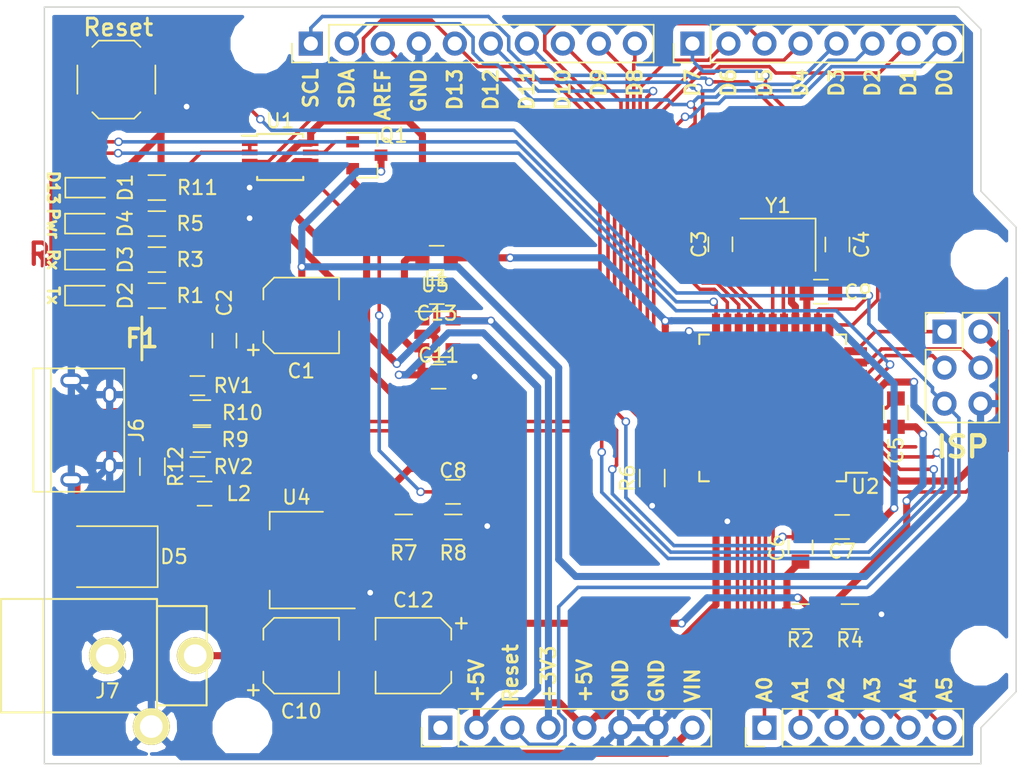
<source format=kicad_pcb>
(kicad_pcb (version 4) (host pcbnew 4.0.7)
  (layers (0 F.Cu signal) (31 B.Cu signal) (34 B.Paste user) (35 F.Paste user) (36 B.SilkS user) (37 F.SilkS user) (38 B.Mask user) (39 F.Mask user) (44 Edge.Cuts user))
  (net 0 "")
  (net 1 VBUS)
  (net 2 GND)
  (net 3 "Net-(C3-Pad1)")
  (net 4 "Net-(C4-Pad1)")
  (net 5 "Net-(C5-Pad1)")
  (net 6 GNDD)
  (net 7 /AREF)
  (net 8 GNDA)
  (net 9 /AVCC)
  (net 10 "Net-(C8-Pad1)")
  (net 11 +5V)
  (net 12 /VIN)
  (net 13 +3V3)
  (net 14 "Net-(D1-Pad2)")
  (net 15 "Net-(D2-Pad2)")
  (net 16 /TXLED)
  (net 17 "Net-(D3-Pad2)")
  (net 18 /RXLED)
  (net 19 "Net-(D4-Pad2)")
  (net 20 /USB_IN)
  (net 21 "Net-(J1-Pad1)")
  (net 22 /Reset)
  (net 23 /A0)
  (net 24 /A1)
  (net 25 /A2)
  (net 26 /A3)
  (net 27 /A4)
  (net 28 /A5)
  (net 29 /D3/SCL)
  (net 30 /D2/SDA)
  (net 31 /D13)
  (net 32 /D12)
  (net 33 /D11)
  (net 34 /D10)
  (net 35 /D9)
  (net 36 /D8)
  (net 37 /D7)
  (net 38 /D6)
  (net 39 /D5)
  (net 40 /D4)
  (net 41 /D1/TX)
  (net 42 /D0/RX)
  (net 43 /MISO)
  (net 44 /SCK)
  (net 45 /MOSI)
  (net 46 /USBID)
  (net 47 /GATE_CMD)
  (net 48 /HWB)
  (net 49 /D+)
  (net 50 /D-)
  (net 51 "Net-(R11-Pad1)")
  (net 52 "Net-(U5-Pad4)")
  (net 53 /xD-)
  (net 54 /xD+)
  (module "DC10LP socket:DC10LP socket" (layer F.Cu) (at 75.565 119.38)
    (fp_text reference J7 (at 0 2.5) (layer F.SilkS))
    (fp_text value Barrel_Jack)
    (pad 2 thru_hole circle (at 0 0) (size 2.6 2.6) (drill 1.6) (layers *.Cu *.Mask F.SilkS) (net 2 GND))
    (pad 1 thru_hole circle (at 6.2 0) (size 2.6 2.6) (drill 1.6) (layers *.Cu *.Mask F.SilkS) (net 12 /VIN))
    (pad 3 thru_hole circle (at 3.1 5) (size 2.6 2.6) (drill 1.6) (layers *.Cu *.Mask F.SilkS) (net 2 GND))
  )
  (module Capacitors_SMD:CP_Elec_5x4.5 (layer F.Cu) (at 89.24 95.377)
    (fp_text reference C1 (at 0 3.92) (layer F.SilkS))
    (fp_text value 10u)
    (fp_text user + (at -3.38 2.36) (layer F.SilkS))
    (pad 1 smd rect (at -2.2 0 180) (size 3 1.6) (layers F.Cu F.Paste F.Mask) (net 1 VBUS))
    (pad 2 smd rect (at 2.2 0 180) (size 3 1.6) (layers F.Cu F.Paste F.Mask) (net 2 GND))
  )
  (module Capacitors_SMD:C_0805 (layer F.Cu) (at 83.82 97.155 270)
    (fp_text reference C2 (at -2.667 0 270) (layer F.SilkS))
    (fp_text value 100n)
    (pad 1 smd rect (at -1 0 270) (size 1 1.25) (layers F.Cu F.Paste F.Mask) (net 1 VBUS))
    (pad 2 smd rect (at 1 0 270) (size 1 1.25) (layers F.Cu F.Paste F.Mask) (net 2 GND))
  )
  (module Capacitors_SMD:C_0805 (layer F.Cu) (at 118.810126 90.360164 90)
    (fp_text reference C3 (at 0 -1.5 90) (layer F.SilkS))
    (fp_text value 22p)
    (pad 1 smd rect (at -1 0 90) (size 1 1.25) (layers F.Cu F.Paste F.Mask) (net 3 "Net-(C3-Pad1)"))
    (pad 2 smd rect (at 1 0 90) (size 1 1.25) (layers F.Cu F.Paste F.Mask) (net 2 GND))
  )
  (module Capacitors_SMD:C_0805 (layer F.Cu) (at 127.065126 90.376164 270)
    (fp_text reference C4 (at 0 -1.712874 270) (layer F.SilkS))
    (fp_text value 22p)
    (pad 1 smd rect (at -1 0 270) (size 1 1.25) (layers F.Cu F.Paste F.Mask) (net 4 "Net-(C4-Pad1)"))
    (pad 2 smd rect (at 1 0 270) (size 1 1.25) (layers F.Cu F.Paste F.Mask) (net 2 GND))
  )
  (module Capacitors_SMD:C_0805 (layer F.Cu) (at 131.191 102.235 270)
    (fp_text reference C5 (at 2.667 0 270) (layer F.SilkS))
    (fp_text value 1u)
    (pad 1 smd rect (at -1 0 270) (size 1 1.25) (layers F.Cu F.Paste F.Mask) (net 5 "Net-(C5-Pad1)"))
    (pad 2 smd rect (at 1 0 270) (size 1 1.25) (layers F.Cu F.Paste F.Mask) (net 6 GNDD))
  )
  (module Capacitors_SMD:C_0805 (layer F.Cu) (at 124.46 111.744 270)
    (fp_text reference C6 (at 0.016 1.651 270) (layer F.SilkS))
    (fp_text value 100n)
    (pad 1 smd rect (at -1 0 270) (size 1 1.25) (layers F.Cu F.Paste F.Mask) (net 7 /AREF))
    (pad 2 smd rect (at 1 0 270) (size 1 1.25) (layers F.Cu F.Paste F.Mask) (net 8 GNDA))
  )
  (module Capacitors_SMD:C_0805 (layer F.Cu) (at 127.397 110.3 180)
    (fp_text reference C7 (at 0 -1.714 180) (layer F.SilkS))
    (fp_text value 1u)
    (pad 1 smd rect (at -1 0 180) (size 1 1.25) (layers F.Cu F.Paste F.Mask) (net 9 /AVCC))
    (pad 2 smd rect (at 1 0 180) (size 1 1.25) (layers F.Cu F.Paste F.Mask) (net 2 GND))
  )
  (module Capacitors_SMD:C_0805 (layer F.Cu) (at 99.949 107.823)
    (fp_text reference C8 (at 0 -1.5) (layer F.SilkS))
    (fp_text value 100n)
    (pad 1 smd rect (at -1 0) (size 1 1.25) (layers F.Cu F.Paste F.Mask) (net 10 "Net-(C8-Pad1)"))
    (pad 2 smd rect (at 1 0) (size 1 1.25) (layers F.Cu F.Paste F.Mask) (net 2 GND))
  )
  (module Capacitors_SMD:C_0805 (layer F.Cu) (at 125.9 93.7)
    (fp_text reference C9 (at 2.624 0.026) (layer F.SilkS))
    (fp_text value 100n)
    (pad 1 smd rect (at -1 0) (size 1 1.25) (layers F.Cu F.Paste F.Mask) (net 11 +5V))
    (pad 2 smd rect (at 1 0) (size 1 1.25) (layers F.Cu F.Paste F.Mask) (net 2 GND))
  )
  (module Capacitors_SMD:CP_Elec_5x4.5 (layer F.Cu) (at 89.24 119.38)
    (fp_text reference C10 (at 0 3.92) (layer F.SilkS))
    (fp_text value 10u)
    (fp_text user + (at -3.38 2.36) (layer F.SilkS))
    (pad 1 smd rect (at -2.2 0 180) (size 3 1.6) (layers F.Cu F.Paste F.Mask) (net 12 /VIN))
    (pad 2 smd rect (at 2.2 0 180) (size 3 1.6) (layers F.Cu F.Paste F.Mask) (net 2 GND))
  )
  (module Capacitors_SMD:C_0805 (layer F.Cu) (at 98.933 99.695)
    (fp_text reference C11 (at 0 -1.5) (layer F.SilkS))
    (fp_text value 1u)
    (pad 1 smd rect (at -1 0) (size 1 1.25) (layers F.Cu F.Paste F.Mask) (net 11 +5V))
    (pad 2 smd rect (at 1 0) (size 1 1.25) (layers F.Cu F.Paste F.Mask) (net 2 GND))
  )
  (module Capacitors_SMD:CP_Elec_5x4.5 (layer F.Cu) (at 97.155 119.38 180)
    (fp_text reference C12 (at 0 3.92 180) (layer F.SilkS))
    (fp_text value 10u)
    (fp_text user + (at -3.38 2.36 180) (layer F.SilkS))
    (pad 1 smd rect (at -2.2 0) (size 3 1.6) (layers F.Cu F.Paste F.Mask) (net 11 +5V))
    (pad 2 smd rect (at 2.2 0) (size 3 1.6) (layers F.Cu F.Paste F.Mask) (net 2 GND))
  )
  (module Capacitors_SMD:C_0805 (layer F.Cu) (at 98.806 93.726 180)
    (fp_text reference C13 (at 0 -1.5 180) (layer F.SilkS))
    (fp_text value 1u)
    (pad 1 smd rect (at -1 0 180) (size 1 1.25) (layers F.Cu F.Paste F.Mask) (net 13 +3V3))
    (pad 2 smd rect (at 1 0 180) (size 1 1.25) (layers F.Cu F.Paste F.Mask) (net 2 GND))
  )
  (module LEDs:LED_0805 (layer F.Cu) (at 74.4 86.36)
    (fp_text reference D1 (at 2.435 0 90) (layer F.SilkS))
    (fp_text value LED)
    (pad 2 smd rect (at 1.1 0 180) (size 1.2 1.2) (layers F.Cu F.Paste F.Mask) (net 14 "Net-(D1-Pad2)"))
    (pad 1 smd rect (at -1.1 0 180) (size 1.2 1.2) (layers F.Cu F.Paste F.Mask) (net 2 GND))
  )
  (module LEDs:LED_0805 (layer F.Cu) (at 74.379 93.98)
    (fp_text reference D2 (at 2.456 0 270) (layer F.SilkS))
    (fp_text value LED)
    (pad 2 smd rect (at 1.1 0 180) (size 1.2 1.2) (layers F.Cu F.Paste F.Mask) (net 15 "Net-(D2-Pad2)"))
    (pad 1 smd rect (at -1.1 0 180) (size 1.2 1.2) (layers F.Cu F.Paste F.Mask) (net 16 /TXLED))
  )
  (module LEDs:LED_0805 (layer F.Cu) (at 74.379 91.44)
    (fp_text reference D3 (at 2.456 0 270) (layer F.SilkS))
    (fp_text value LED)
    (pad 2 smd rect (at 1.1 0 180) (size 1.2 1.2) (layers F.Cu F.Paste F.Mask) (net 17 "Net-(D3-Pad2)"))
    (pad 1 smd rect (at -1.1 0 180) (size 1.2 1.2) (layers F.Cu F.Paste F.Mask) (net 18 /RXLED))
  )
  (module LEDs:LED_0805 (layer F.Cu) (at 74.379 88.9)
    (fp_text reference D4 (at 2.456 0 90) (layer F.SilkS))
    (fp_text value LED)
    (pad 2 smd rect (at 1.1 0 180) (size 1.2 1.2) (layers F.Cu F.Paste F.Mask) (net 19 "Net-(D4-Pad2)"))
    (pad 1 smd rect (at -1.1 0 180) (size 1.2 1.2) (layers F.Cu F.Paste F.Mask) (net 2 GND))
  )
  (module Socket_Strips:Socket_Strip_Straight_1x08_Pitch2.54mm (layer F.Cu) (at 99.06 124.46 90)
    (fp_text reference J1 hide)
    (fp_text value Power)
    (pad 1 thru_hole rect (at 0 0 90) (size 1.7 1.7) (drill 1) (layers *.Cu *.Mask) (net 21 "Net-(J1-Pad1)"))
    (pad 2 thru_hole oval (at 0 2.54 90) (size 1.7 1.7) (drill 1) (layers *.Cu *.Mask) (net 11 +5V))
    (pad 3 thru_hole oval (at 0 5.08 90) (size 1.7 1.7) (drill 1) (layers *.Cu *.Mask) (net 22 /Reset))
    (pad 4 thru_hole oval (at 0 7.62 90) (size 1.7 1.7) (drill 1) (layers *.Cu *.Mask) (net 13 +3V3))
    (pad 5 thru_hole oval (at 0 10.16 90) (size 1.7 1.7) (drill 1) (layers *.Cu *.Mask) (net 11 +5V))
    (pad 6 thru_hole oval (at 0 12.7 90) (size 1.7 1.7) (drill 1) (layers *.Cu *.Mask) (net 2 GND))
    (pad 7 thru_hole oval (at 0 15.24 90) (size 1.7 1.7) (drill 1) (layers *.Cu *.Mask) (net 2 GND))
    (pad 8 thru_hole oval (at 0 17.78 90) (size 1.7 1.7) (drill 1) (layers *.Cu *.Mask) (net 12 /VIN))
  )
  (module Socket_Strips:Socket_Strip_Straight_1x06_Pitch2.54mm (layer F.Cu) (at 121.92 124.46 90)
    (fp_text reference J2 hide)
    (fp_text value Analog)
    (pad 1 thru_hole rect (at 0 0 90) (size 1.7 1.7) (drill 1) (layers *.Cu *.Mask) (net 23 /A0))
    (pad 2 thru_hole oval (at 0 2.54 90) (size 1.7 1.7) (drill 1) (layers *.Cu *.Mask) (net 24 /A1))
    (pad 3 thru_hole oval (at 0 5.08 90) (size 1.7 1.7) (drill 1) (layers *.Cu *.Mask) (net 25 /A2))
    (pad 4 thru_hole oval (at 0 7.62 90) (size 1.7 1.7) (drill 1) (layers *.Cu *.Mask) (net 26 /A3))
    (pad 5 thru_hole oval (at 0 10.16 90) (size 1.7 1.7) (drill 1) (layers *.Cu *.Mask) (net 27 /A4))
    (pad 6 thru_hole oval (at 0 12.7 90) (size 1.7 1.7) (drill 1) (layers *.Cu *.Mask) (net 28 /A5))
  )
  (module Socket_Strips:Socket_Strip_Straight_1x10_Pitch2.54mm (layer F.Cu) (at 89.916 76.2 90)
    (fp_text reference J3 hide)
    (fp_text value Digital_2)
    (pad 1 thru_hole rect (at 0 0 90) (size 1.7 1.7) (drill 1) (layers *.Cu *.Mask) (net 29 /D3/SCL))
    (pad 2 thru_hole oval (at 0 2.54 90) (size 1.7 1.7) (drill 1) (layers *.Cu *.Mask) (net 30 /D2/SDA))
    (pad 3 thru_hole oval (at 0 5.08 90) (size 1.7 1.7) (drill 1) (layers *.Cu *.Mask) (net 7 /AREF))
    (pad 4 thru_hole oval (at 0 7.62 90) (size 1.7 1.7) (drill 1) (layers *.Cu *.Mask) (net 2 GND))
    (pad 5 thru_hole oval (at 0 10.16 90) (size 1.7 1.7) (drill 1) (layers *.Cu *.Mask) (net 31 /D13))
    (pad 6 thru_hole oval (at 0 12.7 90) (size 1.7 1.7) (drill 1) (layers *.Cu *.Mask) (net 32 /D12))
    (pad 7 thru_hole oval (at 0 15.24 90) (size 1.7 1.7) (drill 1) (layers *.Cu *.Mask) (net 33 /D11))
    (pad 8 thru_hole oval (at 0 17.78 90) (size 1.7 1.7) (drill 1) (layers *.Cu *.Mask) (net 34 /D10))
    (pad 9 thru_hole oval (at 0 20.32 90) (size 1.7 1.7) (drill 1) (layers *.Cu *.Mask) (net 35 /D9))
    (pad 10 thru_hole oval (at 0 22.86 90) (size 1.7 1.7) (drill 1) (layers *.Cu *.Mask) (net 36 /D8))
  )
  (module Socket_Strips:Socket_Strip_Straight_1x08_Pitch2.54mm (layer F.Cu) (at 116.84 76.2 90)
    (fp_text reference J4 hide)
    (fp_text value Digital_1)
    (pad 1 thru_hole rect (at 0 0 90) (size 1.7 1.7) (drill 1) (layers *.Cu *.Mask) (net 37 /D7))
    (pad 2 thru_hole oval (at 0 2.54 90) (size 1.7 1.7) (drill 1) (layers *.Cu *.Mask) (net 38 /D6))
    (pad 3 thru_hole oval (at 0 5.08 90) (size 1.7 1.7) (drill 1) (layers *.Cu *.Mask) (net 39 /D5))
    (pad 4 thru_hole oval (at 0 7.62 90) (size 1.7 1.7) (drill 1) (layers *.Cu *.Mask) (net 40 /D4))
    (pad 5 thru_hole oval (at 0 10.16 90) (size 1.7 1.7) (drill 1) (layers *.Cu *.Mask) (net 29 /D3/SCL))
    (pad 6 thru_hole oval (at 0 12.7 90) (size 1.7 1.7) (drill 1) (layers *.Cu *.Mask) (net 30 /D2/SDA))
    (pad 7 thru_hole oval (at 0 15.24 90) (size 1.7 1.7) (drill 1) (layers *.Cu *.Mask) (net 41 /D1/TX))
    (pad 8 thru_hole oval (at 0 17.78 90) (size 1.7 1.7) (drill 1) (layers *.Cu *.Mask) (net 42 /D0/RX))
  )
  (module Pin_Headers:Pin_Header_Straight_2x03_Pitch2.54mm (layer F.Cu) (at 134.62 96.52)
    (fp_text reference J5 hide)
    (fp_text value ISP)
    (pad 1 thru_hole rect (at 0 0) (size 1.7 1.7) (drill 1) (layers *.Cu *.Mask) (net 43 /MISO))
    (pad 2 thru_hole oval (at 2.54 0) (size 1.7 1.7) (drill 1) (layers *.Cu *.Mask) (net 11 +5V))
    (pad 3 thru_hole oval (at 0 2.54) (size 1.7 1.7) (drill 1) (layers *.Cu *.Mask) (net 44 /SCK))
    (pad 4 thru_hole oval (at 2.54 2.54) (size 1.7 1.7) (drill 1) (layers *.Cu *.Mask) (net 45 /MOSI))
    (pad 5 thru_hole oval (at 0 5.08) (size 1.7 1.7) (drill 1) (layers *.Cu *.Mask) (net 22 /Reset))
    (pad 6 thru_hole oval (at 2.54 5.08) (size 1.7 1.7) (drill 1) (layers *.Cu *.Mask) (net 2 GND))
  )
  (module Connectors:USB_Micro-B (layer F.Cu) (at 74.375 103.465 270)
    (fp_text reference J6 (at 0 -3.24 270) (layer F.SilkS))
    (fp_text value USB_Micro)
    (pad 1 smd rect (at -1.3 -1.35) (size 1.35 0.4) (layers F.Cu F.Paste F.Mask) (net 20 /USB_IN))
    (pad 2 smd rect (at -0.65 -1.35) (size 1.35 0.4) (layers F.Cu F.Paste F.Mask) (net 53 /xD-))
    (pad 3 smd rect (at 0 -1.35) (size 1.35 0.4) (layers F.Cu F.Paste F.Mask) (net 54 /xD+))
    (pad 4 smd rect (at 0.65 -1.35) (size 1.35 0.4) (layers F.Cu F.Paste F.Mask) (net 46 /USBID))
    (pad 5 smd rect (at 1.3 -1.35) (size 1.35 0.4) (layers F.Cu F.Paste F.Mask) (net 6 GNDD))
    (pad 6 thru_hole oval (at -2.5 -1.35) (size 0.95 1.25) (drill oval 0.55 0.85) (layers *.Cu *.Mask) (net 2 GND))
    (pad 6 thru_hole oval (at 2.5 -1.35) (size 0.95 1.25) (drill oval 0.55 0.85) (layers *.Cu *.Mask) (net 2 GND))
    (pad 6 thru_hole oval (at -3.5 1.35) (size 1.55 1) (drill oval 1.15 0.5) (layers *.Cu *.Mask) (net 2 GND))
    (pad 6 thru_hole oval (at 3.5 1.35) (size 1.55 1) (drill oval 1.15 0.5) (layers *.Cu *.Mask) (net 2 GND))
  )
  (module Capacitors_SMD:C_0805 (layer F.Cu) (at 98.79 91.313 180)
    (fp_text reference L1 (at 0 -1.5 180) (layer F.SilkS))
    (fp_text value MH2029-300Y)
    (pad 1 smd rect (at -1 0 180) (size 1 1.25) (layers F.Cu F.Paste F.Mask) (net 9 /AVCC))
    (pad 2 smd rect (at 1 0 180) (size 1 1.25) (layers F.Cu F.Paste F.Mask) (net 11 +5V))
  )
  (module Capacitors_SMD:C_0805 (layer F.Cu) (at 82.423 107.95)
    (fp_text reference L2 (at 2.413 0) (layer F.SilkS))
    (fp_text value MH2029-300Y)
    (pad 1 smd rect (at -1 0) (size 1 1.25) (layers F.Cu F.Paste F.Mask) (net 6 GNDD))
    (pad 2 smd rect (at 1 0) (size 1 1.25) (layers F.Cu F.Paste F.Mask) (net 2 GND))
  )
  (module TO_SOT_Packages_SMD:SOT-23 (layer F.Cu) (at 93.869 84.074)
    (fp_text reference Q1 (at 1.889 -1.397) (layer F.SilkS))
    (fp_text value FDN340P)
    (pad 1 smd rect (at -1 -0.95) (size 0.9 0.8) (layers F.Cu F.Paste F.Mask) (net 47 /GATE_CMD))
    (pad 2 smd rect (at -1 0.95) (size 0.9 0.8) (layers F.Cu F.Paste F.Mask) (net 11 +5V))
    (pad 3 smd rect (at 1 0) (size 0.9 0.8) (layers F.Cu F.Paste F.Mask) (net 1 VBUS))
  )
  (module Resistors_SMD:R_0805 (layer F.Cu) (at 79.06 93.98 180)
    (fp_text reference R1 (at -2.347 0 180) (layer F.SilkS))
    (fp_text value 1K)
    (pad 1 smd rect (at -0.95 0 180) (size 0.7 1.3) (layers F.Cu F.Paste F.Mask) (net 11 +5V))
    (pad 2 smd rect (at 0.95 0 180) (size 0.7 1.3) (layers F.Cu F.Paste F.Mask) (net 15 "Net-(D2-Pad2)"))
  )
  (module Resistors_SMD:R_0805 (layer F.Cu) (at 124.454 116.621 180)
    (fp_text reference R2 (at 0 -1.65 180) (layer F.SilkS))
    (fp_text value NM)
    (pad 1 smd rect (at -0.95 0 180) (size 0.7 1.3) (layers F.Cu F.Paste F.Mask) (net 6 GNDD))
    (pad 2 smd rect (at 0.95 0 180) (size 0.7 1.3) (layers F.Cu F.Paste F.Mask) (net 8 GNDA))
  )
  (module Resistors_SMD:R_0805 (layer F.Cu) (at 79.06 91.44 180)
    (fp_text reference R3 (at -2.347 0 180) (layer F.SilkS))
    (fp_text value 1K)
    (pad 1 smd rect (at -0.95 0 180) (size 0.7 1.3) (layers F.Cu F.Paste F.Mask) (net 11 +5V))
    (pad 2 smd rect (at 0.95 0 180) (size 0.7 1.3) (layers F.Cu F.Paste F.Mask) (net 17 "Net-(D3-Pad2)"))
  )
  (module Resistors_SMD:R_0805 (layer F.Cu) (at 127.949 116.621 180)
    (fp_text reference R4 (at 0 -1.65 180) (layer F.SilkS))
    (fp_text value NM)
    (pad 1 smd rect (at -0.95 0 180) (size 0.7 1.3) (layers F.Cu F.Paste F.Mask) (net 2 GND))
    (pad 2 smd rect (at 0.95 0 180) (size 0.7 1.3) (layers F.Cu F.Paste F.Mask) (net 6 GNDD))
  )
  (module Resistors_SMD:R_0805 (layer F.Cu) (at 79.055 88.9 180)
    (fp_text reference R5 (at -2.352 0 180) (layer F.SilkS))
    (fp_text value 1K)
    (pad 1 smd rect (at -0.95 0 180) (size 0.7 1.3) (layers F.Cu F.Paste F.Mask) (net 11 +5V))
    (pad 2 smd rect (at 0.95 0 180) (size 0.7 1.3) (layers F.Cu F.Paste F.Mask) (net 19 "Net-(D4-Pad2)"))
  )
  (module Resistors_SMD:R_0805 (layer F.Cu) (at 114 106.85 270)
    (fp_text reference R6 (at 0 1.732 270) (layer F.SilkS))
    (fp_text value 10K)
    (pad 1 smd rect (at -0.95 0 270) (size 0.7 1.3) (layers F.Cu F.Paste F.Mask) (net 48 /HWB))
    (pad 2 smd rect (at 0.95 0 270) (size 0.7 1.3) (layers F.Cu F.Paste F.Mask) (net 2 GND))
  )
  (module Resistors_SMD:R_0805 (layer F.Cu) (at 96.470022 110.296324)
    (fp_text reference R7 (at 0 1.844676) (layer F.SilkS))
    (fp_text value 10K)
    (pad 1 smd rect (at -0.95 0) (size 0.7 1.3) (layers F.Cu F.Paste F.Mask) (net 12 /VIN))
    (pad 2 smd rect (at 0.95 0) (size 0.7 1.3) (layers F.Cu F.Paste F.Mask) (net 10 "Net-(C8-Pad1)"))
  )
  (module Resistors_SMD:R_0805 (layer F.Cu) (at 99.965022 110.296324)
    (fp_text reference R8 (at 0 1.844676) (layer F.SilkS))
    (fp_text value 10K)
    (pad 1 smd rect (at -0.95 0) (size 0.7 1.3) (layers F.Cu F.Paste F.Mask) (net 10 "Net-(C8-Pad1)"))
    (pad 2 smd rect (at 0.95 0) (size 0.7 1.3) (layers F.Cu F.Paste F.Mask) (net 2 GND))
  )
  (module Resistors_SMD:R_0805 (layer F.Cu) (at 82.235 104.14 180)
    (fp_text reference R9 (at -2.347 0 180) (layer F.SilkS))
    (fp_text value 22R)
    (pad 1 smd rect (at -0.95 0 180) (size 0.7 1.3) (layers F.Cu F.Paste F.Mask) (net 49 /D+))
    (pad 2 smd rect (at 0.95 0 180) (size 0.7 1.3) (layers F.Cu F.Paste F.Mask) (net 54 /xD+))
  )
  (module Resistors_SMD:R_0805 (layer F.Cu) (at 82.235 102.235 180)
    (fp_text reference R10 (at -2.855 0 180) (layer F.SilkS))
    (fp_text value 22R)
    (pad 1 smd rect (at -0.95 0 180) (size 0.7 1.3) (layers F.Cu F.Paste F.Mask) (net 50 /D-))
    (pad 2 smd rect (at 0.95 0 180) (size 0.7 1.3) (layers F.Cu F.Paste F.Mask) (net 53 /xD-))
  )
  (module Resistors_SMD:R_0805 (layer F.Cu) (at 79.055 86.36 180)
    (fp_text reference R11 (at -2.86 0 180) (layer F.SilkS))
    (fp_text value 1K)
    (pad 1 smd rect (at -0.95 0 180) (size 0.7 1.3) (layers F.Cu F.Paste F.Mask) (net 51 "Net-(R11-Pad1)"))
    (pad 2 smd rect (at 0.95 0 180) (size 0.7 1.3) (layers F.Cu F.Paste F.Mask) (net 14 "Net-(D1-Pad2)"))
  )
  (module Resistors_SMD:R_0805 (layer F.Cu) (at 78.74 106.045 270)
    (fp_text reference R12 (at 0 -1.65 270) (layer F.SilkS))
    (fp_text value NM)
    (pad 1 smd rect (at -0.95 0 270) (size 0.7 1.3) (layers F.Cu F.Paste F.Mask) (net 46 /USBID))
    (pad 2 smd rect (at 0.95 0 270) (size 0.7 1.3) (layers F.Cu F.Paste F.Mask) (net 6 GNDD))
  )
  (module Resistors_SMD:R_0603 (layer F.Cu) (at 81.915 100.33)
    (fp_text reference RV1 (at 2.54 0) (layer F.SilkS))
    (fp_text value CG0603MLC-05E)
    (pad 1 smd rect (at -0.75 0) (size 0.5 0.9) (layers F.Cu F.Paste F.Mask) (net 53 /xD-))
    (pad 2 smd rect (at 0.75 0) (size 0.5 0.9) (layers F.Cu F.Paste F.Mask) (net 2 GND))
  )
  (module Resistors_SMD:R_0603 (layer F.Cu) (at 81.915 106.045)
    (fp_text reference RV2 (at 2.54 0) (layer F.SilkS))
    (fp_text value CG0603MLC-05E)
    (pad 1 smd rect (at -0.75 0) (size 0.5 0.9) (layers F.Cu F.Paste F.Mask) (net 54 /xD+))
    (pad 2 smd rect (at 0.75 0) (size 0.5 0.9) (layers F.Cu F.Paste F.Mask) (net 2 GND))
  )
  (module Buttons_Switches_SMD:SW_SPST_TL3342 (layer F.Cu) (at 76.2 78.74)
    (fp_text reference SW1 hide)
    (fp_text value TL3342)
    (pad 1 smd rect (at -3.15 -1.9) (size 1.7 1) (layers F.Cu F.Paste F.Mask) (net 22 /Reset))
    (pad 1 smd rect (at 3.15 -1.9) (size 1.7 1) (layers F.Cu F.Paste F.Mask) (net 22 /Reset))
    (pad 2 smd rect (at -3.15 1.9) (size 1.7 1) (layers F.Cu F.Paste F.Mask) (net 2 GND))
    (pad 2 smd rect (at 3.15 1.9) (size 1.7 1) (layers F.Cu F.Paste F.Mask) (net 2 GND))
  )
  (module Housings_SSOP:TSSOP-8_3x3mm_Pitch0.65mm (layer F.Cu) (at 87.757 84.201)
    (fp_text reference U1 (at 0 -2.55) (layer F.SilkS))
    (fp_text value LMV358IDGKR)
    (pad 1 smd rect (at -2.15 -0.975) (size 1.1 0.4) (layers F.Cu F.Paste F.Mask) (net 51 "Net-(R11-Pad1)"))
    (pad 2 smd rect (at -2.15 -0.325) (size 1.1 0.4) (layers F.Cu F.Paste F.Mask) (net 51 "Net-(R11-Pad1)"))
    (pad 3 smd rect (at -2.15 0.325) (size 1.1 0.4) (layers F.Cu F.Paste F.Mask) (net 31 /D13))
    (pad 4 smd rect (at -2.15 0.975) (size 1.1 0.4) (layers F.Cu F.Paste F.Mask) (net 2 GND))
    (pad 5 smd rect (at 2.15 0.975) (size 1.1 0.4) (layers F.Cu F.Paste F.Mask) (net 10 "Net-(C8-Pad1)"))
    (pad 6 smd rect (at 2.15 0.325) (size 1.1 0.4) (layers F.Cu F.Paste F.Mask) (net 13 +3V3))
    (pad 7 smd rect (at 2.15 -0.325) (size 1.1 0.4) (layers F.Cu F.Paste F.Mask) (net 47 /GATE_CMD))
    (pad 8 smd rect (at 2.15 -0.975) (size 1.1 0.4) (layers F.Cu F.Paste F.Mask) (net 11 +5V))
  )
  (module Housings_QFP:LQFP-44_10x10mm_Pitch0.8mm (layer F.Cu) (at 122.5 101.9 180)
    (fp_text reference U2 (at -6.532 -5.542 180) (layer F.SilkS))
    (fp_text value ATMEGA32U4-AU)
    (pad 1 smd rect (at -5.85 -4 180) (size 1.6 0.56) (layers F.Cu F.Paste F.Mask) (net 37 /D7))
    (pad 2 smd rect (at -5.85 -3.2 180) (size 1.6 0.56) (layers F.Cu F.Paste F.Mask) (net 11 +5V))
    (pad 3 smd rect (at -5.85 -2.4 180) (size 1.6 0.56) (layers F.Cu F.Paste F.Mask) (net 50 /D-))
    (pad 4 smd rect (at -5.85 -1.6 180) (size 1.6 0.56) (layers F.Cu F.Paste F.Mask) (net 49 /D+))
    (pad 5 smd rect (at -5.85 -0.8 180) (size 1.6 0.56) (layers F.Cu F.Paste F.Mask) (net 6 GNDD))
    (pad 6 smd rect (at -5.85 0 180) (size 1.6 0.56) (layers F.Cu F.Paste F.Mask) (net 5 "Net-(C5-Pad1)"))
    (pad 7 smd rect (at -5.85 0.8 180) (size 1.6 0.56) (layers F.Cu F.Paste F.Mask) (net 1 VBUS))
    (pad 8 smd rect (at -5.85 1.6 180) (size 1.6 0.56) (layers F.Cu F.Paste F.Mask) (net 18 /RXLED))
    (pad 9 smd rect (at -5.85 2.4 180) (size 1.6 0.56) (layers F.Cu F.Paste F.Mask) (net 44 /SCK))
    (pad 10 smd rect (at -5.85 3.2 180) (size 1.6 0.56) (layers F.Cu F.Paste F.Mask) (net 45 /MOSI))
    (pad 11 smd rect (at -5.85 4 180) (size 1.6 0.56) (layers F.Cu F.Paste F.Mask) (net 43 /MISO))
    (pad 12 smd rect (at -4 5.85 270) (size 1.6 0.56) (layers F.Cu F.Paste F.Mask) (net 33 /D11))
    (pad 13 smd rect (at -3.2 5.85 270) (size 1.6 0.56) (layers F.Cu F.Paste F.Mask) (net 22 /Reset))
    (pad 14 smd rect (at -2.4 5.85 270) (size 1.6 0.56) (layers F.Cu F.Paste F.Mask) (net 11 +5V))
    (pad 15 smd rect (at -1.6 5.85 270) (size 1.6 0.56) (layers F.Cu F.Paste F.Mask) (net 2 GND))
    (pad 16 smd rect (at -0.8 5.85 270) (size 1.6 0.56) (layers F.Cu F.Paste F.Mask) (net 4 "Net-(C4-Pad1)"))
    (pad 17 smd rect (at 0 5.85 270) (size 1.6 0.56) (layers F.Cu F.Paste F.Mask) (net 3 "Net-(C3-Pad1)"))
    (pad 18 smd rect (at 0.8 5.85 270) (size 1.6 0.56) (layers F.Cu F.Paste F.Mask) (net 29 /D3/SCL))
    (pad 19 smd rect (at 1.6 5.85 270) (size 1.6 0.56) (layers F.Cu F.Paste F.Mask) (net 30 /D2/SDA))
    (pad 20 smd rect (at 2.4 5.85 270) (size 1.6 0.56) (layers F.Cu F.Paste F.Mask) (net 42 /D0/RX))
    (pad 21 smd rect (at 3.2 5.85 270) (size 1.6 0.56) (layers F.Cu F.Paste F.Mask) (net 41 /D1/TX))
    (pad 22 smd rect (at 4 5.85 270) (size 1.6 0.56) (layers F.Cu F.Paste F.Mask) (net 16 /TXLED))
    (pad 23 smd rect (at 5.85 4 180) (size 1.6 0.56) (layers F.Cu F.Paste F.Mask) (net 2 GND))
    (pad 24 smd rect (at 5.85 3.2 180) (size 1.6 0.56) (layers F.Cu F.Paste F.Mask) (net 9 /AVCC))
    (pad 25 smd rect (at 5.85 2.4 180) (size 1.6 0.56) (layers F.Cu F.Paste F.Mask) (net 40 /D4))
    (pad 26 smd rect (at 5.85 1.6 180) (size 1.6 0.56) (layers F.Cu F.Paste F.Mask) (net 32 /D12))
    (pad 27 smd rect (at 5.85 0.8 180) (size 1.6 0.56) (layers F.Cu F.Paste F.Mask) (net 38 /D6))
    (pad 28 smd rect (at 5.85 0 180) (size 1.6 0.56) (layers F.Cu F.Paste F.Mask) (net 36 /D8))
    (pad 29 smd rect (at 5.85 -0.8 180) (size 1.6 0.56) (layers F.Cu F.Paste F.Mask) (net 35 /D9))
    (pad 30 smd rect (at 5.85 -1.6 180) (size 1.6 0.56) (layers F.Cu F.Paste F.Mask) (net 34 /D10))
    (pad 31 smd rect (at 5.85 -2.4 180) (size 1.6 0.56) (layers F.Cu F.Paste F.Mask) (net 39 /D5))
    (pad 32 smd rect (at 5.85 -3.2 180) (size 1.6 0.56) (layers F.Cu F.Paste F.Mask) (net 31 /D13))
    (pad 33 smd rect (at 5.85 -4 180) (size 1.6 0.56) (layers F.Cu F.Paste F.Mask) (net 48 /HWB))
    (pad 34 smd rect (at 4 -5.85 270) (size 1.6 0.56) (layers F.Cu F.Paste F.Mask) (net 11 +5V))
    (pad 35 smd rect (at 3.2 -5.85 270) (size 1.6 0.56) (layers F.Cu F.Paste F.Mask) (net 2 GND))
    (pad 36 smd rect (at 2.4 -5.85 270) (size 1.6 0.56) (layers F.Cu F.Paste F.Mask) (net 23 /A0))
    (pad 37 smd rect (at 1.6 -5.85 270) (size 1.6 0.56) (layers F.Cu F.Paste F.Mask) (net 24 /A1))
    (pad 38 smd rect (at 0.8 -5.85 270) (size 1.6 0.56) (layers F.Cu F.Paste F.Mask) (net 25 /A2))
    (pad 39 smd rect (at 0 -5.85 270) (size 1.6 0.56) (layers F.Cu F.Paste F.Mask) (net 26 /A3))
    (pad 40 smd rect (at -0.8 -5.85 270) (size 1.6 0.56) (layers F.Cu F.Paste F.Mask) (net 27 /A4))
    (pad 41 smd rect (at -1.6 -5.85 270) (size 1.6 0.56) (layers F.Cu F.Paste F.Mask) (net 28 /A5))
    (pad 42 smd rect (at -2.4 -5.85 270) (size 1.6 0.56) (layers F.Cu F.Paste F.Mask) (net 7 /AREF))
    (pad 43 smd rect (at -3.2 -5.85 270) (size 1.6 0.56) (layers F.Cu F.Paste F.Mask) (net 2 GND))
    (pad 44 smd rect (at -4 -5.85 270) (size 1.6 0.56) (layers F.Cu F.Paste F.Mask) (net 9 /AVCC))
  )
  (module TO_SOT_Packages_SMD:SOT-223-3Lead_TabPin2 (layer F.Cu) (at 88.925 112.635 180)
    (fp_text reference U4 (at 0.025 4.431 180) (layer F.SilkS))
    (fp_text value NCP1117-5.0_SOT223)
    (pad 2 smd rect (at 3.15 0 180) (size 2 3.8) (layers F.Cu F.Paste F.Mask) (net 11 +5V))
    (pad 2 smd rect (at -3.15 0 180) (size 2 1.5) (layers F.Cu F.Paste F.Mask) (net 11 +5V))
    (pad 3 smd rect (at -3.15 2.3 180) (size 2 1.5) (layers F.Cu F.Paste F.Mask) (net 12 /VIN))
    (pad 1 smd rect (at -3.15 -2.3 180) (size 2 1.5) (layers F.Cu F.Paste F.Mask) (net 2 GND))
  )
  (module TO_SOT_Packages_SMD:SOT-23-5 (layer F.Cu) (at 98.849 96.708)
    (fp_text reference U5 (at -0.17 -3.49) (layer F.SilkS))
    (fp_text value LP2985-3.3)
    (pad 1 smd rect (at -1.1 -0.95) (size 1.06 0.65) (layers F.Cu F.Paste F.Mask) (net 11 +5V))
    (pad 2 smd rect (at -1.1 0) (size 1.06 0.65) (layers F.Cu F.Paste F.Mask) (net 2 GND))
    (pad 3 smd rect (at -1.1 0.95) (size 1.06 0.65) (layers F.Cu F.Paste F.Mask) (net 11 +5V))
    (pad 4 smd rect (at 1.1 0.95) (size 1.06 0.65) (layers F.Cu F.Paste F.Mask) (net 52 "Net-(U5-Pad4)"))
    (pad 5 smd rect (at 1.1 -0.95) (size 1.06 0.65) (layers F.Cu F.Paste F.Mask) (net 13 +3V3))
  )
  (module Crystals:Crystal_SMD_5032-4pin_5.0x3.2mm (layer F.Cu) (at 122.875126 90.392164 180)
    (fp_text reference Y1 (at 0 2.762164 180) (layer F.SilkS))
    (fp_text value 16MHz)
    (pad 1 smd rect (at -1.65 1 180) (size 1.6 1.3) (layers F.Cu F.Paste F.Mask) (net 4 "Net-(C4-Pad1)"))
    (pad 2 smd rect (at 1.65 1 180) (size 1.6 1.3) (layers F.Cu F.Paste F.Mask) (net 2 GND))
    (pad 3 smd rect (at 1.65 -1 180) (size 1.6 1.3) (layers F.Cu F.Paste F.Mask) (net 3 "Net-(C3-Pad1)"))
    (pad 4 smd rect (at -1.65 -1 180) (size 1.6 1.3) (layers F.Cu F.Paste F.Mask) (net 2 GND))
  )
  (module Diodes_SMD:D_SMB (layer F.Cu) (at 75.565 112.395 180)
    (fp_text reference D5 (at -4.699 0 180) (layer F.SilkS))
    (fp_text value M7)
    (pad 1 smd rect (at -2.15 0 180) (size 2.5 2.3) (layers F.Cu F.Paste F.Mask) (net 12 /VIN))
    (pad 2 smd rect (at 2.15 0 180) (size 2.5 2.3) (layers F.Cu F.Paste F.Mask) (net 2 GND))
  )
  (module Mounting_Holes:MountingHole_3.2mm_M3_DIN965 (layer F.Cu) (at 137.16 91.44)
    (fp_text reference REF** hide)
    (fp_text value MountingHole_3.2mm_M3_DIN965)
    (pad 1 np_thru_hole circle (at 0 0) (size 3.2 3.2) (drill 3.2) (layers *.Cu *.Mask))
  )
  (module Mounting_Holes:MountingHole_3.2mm_M3_DIN965 (layer F.Cu) (at 137.16 119.38)
    (fp_text reference REF** hide)
    (fp_text value MountingHole_3.2mm_M3_DIN965)
    (pad 1 np_thru_hole circle (at 0 0) (size 3.2 3.2) (drill 3.2) (layers *.Cu *.Mask))
  )
  (module Mounting_Holes:MountingHole_3.2mm_M3_DIN965 (layer F.Cu) (at 85.09 124.46)
    (fp_text reference REF** hide)
    (fp_text value MountingHole_3.2mm_M3_DIN965)
    (pad 1 np_thru_hole circle (at 0 0) (size 3.2 3.2) (drill 3.2) (layers *.Cu *.Mask))
  )
  (module Mounting_Holes:MountingHole_3.2mm_M3_DIN965 (layer F.Cu) (at 86.36 76.2)
    (fp_text reference REF** hide)
    (fp_text value MountingHole_3.2mm_M3_DIN965)
    (pad 1 np_thru_hole circle (at 0 0) (size 3.2 3.2) (drill 3.2) (layers *.Cu *.Mask))
  )
  (module MF-MSMF050-2..:FUSC4632X85N (layer F.Cu) (at 78 97 180)
    (fp_text reference F1 (at 0 0 180) (layer F.SilkS) (effects (font (size 1.27 1.27) (thickness 0.254))))
    (fp_text value "MF-MSMF050-2 500mA" hide)
    (pad 1 smd rect (at -2.3 0 180) (size 0.85 3.43) (layers F.Cu F.Paste F.Mask) (net 1 VBUS))
    (pad 2 smd rect (at 2.3 0 180) (size 0.85 3.43) (layers F.Cu F.Paste F.Mask) (net 20 /USB_IN))
  )
  (gr_text +5V (at 101.6 122.809 90) (layer F.SilkS) (effects (font (size 1 1) (thickness 0.2)) (justify left)))
  (gr_text Reset (at 104.013 122.809 90) (layer F.SilkS) (effects (font (size 1 1) (thickness 0.2)) (justify left)))
  (gr_text +3V3 (at 106.68 122.809 90) (layer F.SilkS) (effects (font (size 1 1) (thickness 0.2)) (justify left)))
  (gr_text +5V (at 109.22 122.809 90) (layer F.SilkS) (effects (font (size 1 1) (thickness 0.2)) (justify left)))
  (gr_text GND (at 111.76 122.809 90) (layer F.SilkS) (effects (font (size 1 1) (thickness 0.2)) (justify left)))
  (gr_text GND (at 114.3 122.809 90) (layer F.SilkS) (effects (font (size 1 1) (thickness 0.2)) (justify left)))
  (gr_text VIN (at 116.84 122.809 90) (layer F.SilkS) (effects (font (size 1 1) (thickness 0.2)) (justify left)))
  (gr_text A5 (at 134.62 122.809 90) (layer F.SilkS) (effects (font (size 1 1) (thickness 0.2)) (justify left)))
  (gr_text A4 (at 132.08 122.809 90) (layer F.SilkS) (effects (font (size 1 1) (thickness 0.2)) (justify left)))
  (gr_text A3 (at 129.54 122.809 90) (layer F.SilkS) (effects (font (size 1 1) (thickness 0.2)) (justify left)))
  (gr_text A2 (at 127 122.809 90) (layer F.SilkS) (effects (font (size 1 1) (thickness 0.2)) (justify left)))
  (gr_text A1 (at 124.46 122.809 90) (layer F.SilkS) (effects (font (size 1 1) (thickness 0.2)) (justify left)))
  (gr_text A0 (at 121.92 122.809 90) (layer F.SilkS) (effects (font (size 1 1) (thickness 0.2)) (justify left)))
  (gr_text D0 (at 134.62 77.851 90) (layer F.SilkS) (effects (font (size 1 1) (thickness 0.2)) (justify right)))
  (gr_text D1 (at 132.08 77.851 90) (layer F.SilkS) (effects (font (size 1 1) (thickness 0.2)) (justify right)))
  (gr_text D2 (at 129.54 77.851 90) (layer F.SilkS) (effects (font (size 1 1) (thickness 0.2)) (justify right)))
  (gr_text D3 (at 127 77.851 90) (layer F.SilkS) (effects (font (size 1 1) (thickness 0.2)) (justify right)))
  (gr_text D4 (at 124.46 77.851 90) (layer F.SilkS) (effects (font (size 1 1) (thickness 0.2)) (justify right)))
  (gr_text D5 (at 121.92 77.851 90) (layer F.SilkS) (effects (font (size 1 1) (thickness 0.2)) (justify right)))
  (gr_text D6 (at 119.38 77.851 90) (layer F.SilkS) (effects (font (size 1 1) (thickness 0.2)) (justify right)))
  (gr_text D7 (at 116.84 77.851 90) (layer F.SilkS) (effects (font (size 1 1) (thickness 0.2)) (justify right)))
  (gr_text D8 (at 112.776 77.851 90) (layer F.SilkS) (effects (font (size 1 1) (thickness 0.2)) (justify right)))
  (gr_text D9 (at 110.236 77.851 90) (layer F.SilkS) (effects (font (size 1 1) (thickness 0.2)) (justify right)))
  (gr_text D10 (at 107.696 77.851 90) (layer F.SilkS) (effects (font (size 1 1) (thickness 0.2)) (justify right)))
  (gr_text D11 (at 105.156 77.851 90) (layer F.SilkS) (effects (font (size 1 1) (thickness 0.2)) (justify right)))
  (gr_text D12 (at 102.616 77.851 90) (layer F.SilkS) (effects (font (size 1 1) (thickness 0.2)) (justify right)))
  (gr_text D13 (at 100.076 77.851 90) (layer F.SilkS) (effects (font (size 1 1) (thickness 0.2)) (justify right)))
  (gr_text GND (at 97.536 77.851 90) (layer F.SilkS) (effects (font (size 1 1) (thickness 0.2)) (justify right)))
  (gr_text AREF (at 94.996 77.851 90) (layer F.SilkS) (effects (font (size 1 1) (thickness 0.2)) (justify right)))
  (gr_text SDA (at 92.456 77.851 90) (layer F.SilkS) (effects (font (size 1 1) (thickness 0.2)) (justify right)))
  (gr_text SCL (at 89.916 77.851 90) (layer F.SilkS) (effects (font (size 1 1) (thickness 0.2)) (justify right)))
  (gr_text Reset (at 76.327 75.057) (layer F.SilkS) (effects (font (size 1.2 1.2) (thickness 0.2))))
  (gr_text D13 (at 71.755 86.36 270) (layer F.SilkS) (effects (font (size 0.8 0.8) (thickness 0.2))))
  (gr_text Pwr (at 71.755 88.9 270) (layer F.SilkS) (effects (font (size 0.8 0.8) (thickness 0.2))))
  (gr_text Rx (at 71.755 91.44 270) (layer F.SilkS) (effects (font (size 0.8 0.8) (thickness 0.2))))
  (gr_text Rx (at 72.39 91.059) (layer F.Cu) (effects (font (size 1 1))))
  (gr_text Rx (at 71.374 91.059) (layer F.Cu) (effects (font (size 1.5 1.5) (thickness 0.3))))
  (gr_text Rx (at 71.628 91.44) (layer F.Cu) (effects (font (size 1 1) (thickness 0.2))))
  (gr_text "Tx\n" (at 71.755 93.98 270) (layer F.SilkS) (effects (font (size 0.8 0.8) (thickness 0.2))))
  (gr_text ISP (at 135.89 104.648) (layer F.SilkS) (effects (font (size 1.5 1.5) (thickness 0.3))))
  (gr_circle (center 100.106 76.2) (end 100.36 76.2) (layer Edge.Cuts) (width 0.1))
  (gr_circle (center 121.92 124.46) (end 122.174 124.46) (layer Edge.Cuts) (width 0.1))
  (gr_circle (center 124.46 76.2) (end 124.714 76.2) (layer Edge.Cuts) (width 0.1))
  (gr_circle (center 102.646 76.2) (end 102.9 76.2) (layer Edge.Cuts) (width 0.1))
  (gr_circle (center 112.806 76.2) (end 113.06 76.2) (layer Edge.Cuts) (width 0.1))
  (gr_circle (center 129.54 76.2) (end 129.794 76.2) (layer Edge.Cuts) (width 0.1))
  (gr_circle (center 104.14 124.46) (end 104.394 124.46) (layer Edge.Cuts) (width 0.1))
  (gr_circle (center 114.3 124.46) (end 114.554 124.46) (layer Edge.Cuts) (width 0.1))
  (gr_circle (center 109.22 124.46) (end 109.474 124.46) (layer Edge.Cuts) (width 0.1))
  (gr_circle (center 116.84 124.46) (end 117.094 124.46) (layer Edge.Cuts) (width 0.1))
  (gr_line (start 135.625208 73.621527) (end 71.12 73.621527) (layer Edge.Cuts) (width 0.1))
  (gr_line (start 137.19 127) (end 137.19 124.46) (layer Edge.Cuts) (width 0.1))
  (gr_circle (center 89.946 76.2) (end 90.2 76.2) (layer Edge.Cuts) (width 0.1))
  (gr_circle (center 97.566 76.2) (end 97.82 76.2) (layer Edge.Cuts) (width 0.1))
  (gr_circle (center 116.84 76.2) (end 117.094 76.2) (layer Edge.Cuts) (width 0.1))
  (gr_circle (center 127 76.2) (end 127.254 76.2) (layer Edge.Cuts) (width 0.1))
  (gr_circle (center 111.76 124.46) (end 112.014 124.46) (layer Edge.Cuts) (width 0.1))
  (gr_circle (center 106.68 124.46) (end 106.934 124.46) (layer Edge.Cuts) (width 0.1))
  (gr_circle (center 110.266 76.2) (end 110.52 76.2) (layer Edge.Cuts) (width 0.1))
  (gr_circle (center 121.92 76.2) (end 122.174 76.2) (layer Edge.Cuts) (width 0.1))
  (gr_line (start 137.19 75.186319) (end 135.625208 73.621527) (layer Edge.Cuts) (width 0.1))
  (gr_circle (center 105.186 76.2) (end 105.44 76.2) (layer Edge.Cuts) (width 0.1))
  (gr_circle (center 134.62 76.2) (end 134.874 76.2) (layer Edge.Cuts) (width 0.1))
  (gr_circle (center 107.726 76.2) (end 107.98 76.2) (layer Edge.Cuts) (width 0.1))
  (gr_line (start 139.67 121.92) (end 137.19 124.46) (layer Edge.Cuts) (width 0.1))
  (gr_line (start 137.19 127) (end 71.12 127) (layer Edge.Cuts) (width 0.1))
  (gr_circle (center 119.38 76.2) (end 119.634 76.2) (layer Edge.Cuts) (width 0.1))
  (gr_line (start 71.12 127) (end 71.12 73.621527) (layer Edge.Cuts) (width 0.1))
  (gr_line (start 137.19 86.614) (end 139.67 89.154) (layer Edge.Cuts) (width 0.1))
  (gr_line (start 137.19 75.186319) (end 137.19 86.614) (layer Edge.Cuts) (width 0.1))
  (gr_line (start 139.67 89.154) (end 139.67 121.92) (layer Edge.Cuts) (width 0.1))
  (gr_circle (center 92.486 76.2) (end 92.74 76.2) (layer Edge.Cuts) (width 0.1))
  (gr_circle (center 95.026 76.2) (end 95.28 76.2) (layer Edge.Cuts) (width 0.1))
  (gr_circle (center 124.46 124.46) (end 124.714 124.46) (layer Edge.Cuts) (width 0.1))
  (gr_circle (center 132.08 76.2) (end 132.334 76.2) (layer Edge.Cuts) (width 0.1))
  (gr_circle (center 101.6 124.46) (end 101.854 124.46) (layer Edge.Cuts) (width 0.1))
  (segment (start 132.588 104.648) (end 131.260776 104.648) (width 0.25) (layer F.Cu) (net 0))
  (segment (start 82.695 96.155) (end 81.85 97) (width 0.5) (layer F.Cu) (net 1))
  (segment (start 81.85 97) (end 80.3 97) (width 0.5) (layer F.Cu) (net 1))
  (segment (start 82.695 96.155) (end 83.82 96.155) (width 0.5) (layer F.Cu) (net 1))
  (segment (start 108.608772 113.792) (end 129.032 113.792) (width 0.5) (layer B.Cu) (net 1))
  (segment (start 132.461 100.500264) (end 132.461 100.076) (width 0.5) (layer B.Cu) (net 1))
  (segment (start 135.059118 104.325118) (end 132.461 101.727) (width 0.5) (layer B.Cu) (net 1))
  (segment (start 107.402638 112.585866) (end 108.608772 113.792) (width 0.5) (layer B.Cu) (net 1))
  (segment (start 107.402638 99.072607) (end 107.402638 112.585866) (width 0.5) (layer B.Cu) (net 1))
  (segment (start 100.278031 91.948) (end 107.402638 99.072607) (width 0.5) (layer B.Cu) (net 1))
  (segment (start 89.281 91.948) (end 100.278031 91.948) (width 0.5) (layer B.Cu) (net 1))
  (segment (start 135.059118 107.764882) (end 135.059118 104.325118) (width 0.5) (layer B.Cu) (net 1))
  (segment (start 129.032 113.792) (end 135.059118 107.764882) (width 0.5) (layer B.Cu) (net 1))
  (segment (start 132.461 101.727) (end 132.461 100.500264) (width 0.5) (layer B.Cu) (net 1))
  (segment (start 94.869 85.217) (end 94.869 84.074) (width 0.5) (layer F.Cu) (net 1))
  (segment (start 89.281 89.154) (end 93.218 85.217) (width 0.5) (layer B.Cu) (net 1))
  (segment (start 93.218 85.217) (end 94.869 85.217) (width 0.5) (layer B.Cu) (net 1))
  (via (at 94.869 85.217) (size 0.6) (drill 0.4) (layers F.Cu B.Cu) (net 1))
  (segment (start 89.281 91.948) (end 89.281 89.154) (width 0.5) (layer B.Cu) (net 1))
  (segment (start 132.036736 100.076) (end 132.461 100.076) (width 0.5) (layer F.Cu) (net 1))
  (segment (start 129.456188 101.1) (end 130.480188 100.076) (width 0.5) (layer F.Cu) (net 1))
  (segment (start 128.35 101.1) (end 129.456188 101.1) (width 0.5) (layer F.Cu) (net 1))
  (segment (start 130.480188 100.076) (end 132.036736 100.076) (width 0.5) (layer F.Cu) (net 1))
  (segment (start 89.281 91.948) (end 89.281 93.136) (width 0.5) (layer F.Cu) (net 1))
  (segment (start 89.281 93.136) (end 87.04 95.377) (width 0.5) (layer F.Cu) (net 1))
  (via (at 89.281 91.948) (size 0.6) (drill 0.4) (layers F.Cu B.Cu) (net 1))
  (via (at 132.461 100.076) (size 0.6) (drill 0.4) (layers F.Cu B.Cu) (net 1))
  (segment (start 83.82 96.155) (end 86.262 96.155) (width 0.5) (layer F.Cu) (net 1))
  (segment (start 86.262 96.155) (end 87.04 95.377) (width 0.5) (layer F.Cu) (net 1))
  (segment (start 116.6 96.5) (end 116.6 97.85) (width 0.5) (layer F.Cu) (net 2))
  (segment (start 116.6 97.85) (end 116.65 97.9) (width 0.5) (layer F.Cu) (net 2))
  (segment (start 119.3 109.9) (end 119.3 99.2) (width 0.5) (layer B.Cu) (net 2))
  (segment (start 119.3 99.2) (end 116.6 96.5) (width 0.5) (layer B.Cu) (net 2))
  (via (at 116.6 96.5) (size 0.6) (drill 0.4) (layers F.Cu B.Cu) (net 2))
  (segment (start 85.6 91.3) (end 85.598 91.298) (width 0.5) (layer B.Cu) (net 2))
  (segment (start 85.598 91.298) (end 85.598 88.519) (width 0.5) (layer B.Cu) (net 2))
  (segment (start 81.4 95.5) (end 85.6 91.3) (width 0.5) (layer B.Cu) (net 2))
  (segment (start 76.49 95.5) (end 81.4 95.5) (width 0.5) (layer B.Cu) (net 2))
  (segment (start 73.025 99.965) (end 73.025 98.965) (width 0.5) (layer B.Cu) (net 2))
  (segment (start 73.025 98.965) (end 76.49 95.5) (width 0.5) (layer B.Cu) (net 2))
  (segment (start 119.3 109.9) (end 119.3 119.46) (width 0.5) (layer F.Cu) (net 2))
  (segment (start 119.3 119.46) (end 114.3 124.46) (width 0.5) (layer F.Cu) (net 2))
  (segment (start 128.524 90.04229) (end 128.524 88.900036) (width 0.5) (layer F.Cu) (net 2))
  (segment (start 128.524 88.900036) (end 127.866128 88.242164) (width 0.5) (layer F.Cu) (net 2))
  (segment (start 127.866128 88.242164) (end 122.525126 88.242164) (width 0.5) (layer F.Cu) (net 2))
  (segment (start 121.375126 89.392164) (end 121.225126 89.392164) (width 0.5) (layer F.Cu) (net 2))
  (segment (start 122.525126 88.242164) (end 121.375126 89.392164) (width 0.5) (layer F.Cu) (net 2))
  (segment (start 127.065126 91.376164) (end 127.190126 91.376164) (width 0.5) (layer F.Cu) (net 2))
  (segment (start 127.190126 91.376164) (end 128.524 90.04229) (width 0.5) (layer F.Cu) (net 2))
  (segment (start 85.598 86.36) (end 85.598 85.185) (width 0.5) (layer F.Cu) (net 2))
  (segment (start 85.598 85.185) (end 85.607 85.176) (width 0.5) (layer F.Cu) (net 2))
  (segment (start 85.598 88.519) (end 85.598 86.36) (width 0.5) (layer B.Cu) (net 2))
  (via (at 85.598 86.36) (size 0.6) (drill 0.4) (layers F.Cu B.Cu) (net 2))
  (segment (start 91.44 92.837) (end 87.122 88.519) (width 0.5) (layer F.Cu) (net 2))
  (segment (start 87.122 88.519) (end 85.598 88.519) (width 0.5) (layer F.Cu) (net 2))
  (via (at 85.598 88.519) (size 0.6) (drill 0.4) (layers F.Cu B.Cu) (net 2))
  (segment (start 91.44 94.077) (end 91.44 92.837) (width 0.5) (layer F.Cu) (net 2))
  (segment (start 91.44 95.377) (end 91.44 94.077) (width 0.5) (layer F.Cu) (net 2))
  (segment (start 81.153 80.645) (end 79.355 80.645) (width 0.5) (layer F.Cu) (net 2))
  (segment (start 79.355 80.645) (end 79.35 80.64) (width 0.5) (layer F.Cu) (net 2))
  (segment (start 85.471 79.375) (end 84.201 80.645) (width 0.5) (layer B.Cu) (net 2))
  (segment (start 84.201 80.645) (end 81.153 80.645) (width 0.5) (layer B.Cu) (net 2))
  (via (at 81.153 80.645) (size 0.6) (drill 0.4) (layers F.Cu B.Cu) (net 2))
  (segment (start 94.234 79.375) (end 85.471 79.375) (width 0.5) (layer B.Cu) (net 2))
  (segment (start 95.563081 79.375) (end 94.234 79.375) (width 0.5) (layer B.Cu) (net 2))
  (segment (start 97.536 76.2) (end 97.536 77.402081) (width 0.5) (layer B.Cu) (net 2))
  (segment (start 97.536 77.402081) (end 95.563081 79.375) (width 0.5) (layer B.Cu) (net 2))
  (segment (start 101.473 99.695) (end 99.933 99.695) (width 0.5) (layer F.Cu) (net 2))
  (segment (start 102.362 100.584) (end 101.473 99.695) (width 0.5) (layer B.Cu) (net 2))
  (segment (start 102.362 110.236) (end 102.362 100.584) (width 0.5) (layer B.Cu) (net 2))
  (via (at 101.473 99.695) (size 0.6) (drill 0.4) (layers F.Cu B.Cu) (net 2))
  (segment (start 102.362 110.236) (end 100.975346 110.236) (width 0.5) (layer F.Cu) (net 2))
  (segment (start 100.975346 110.236) (end 100.915022 110.296324) (width 0.5) (layer F.Cu) (net 2))
  (segment (start 94.107 114.935) (end 97.663 114.935) (width 0.5) (layer B.Cu) (net 2))
  (segment (start 97.663 114.935) (end 102.362 110.236) (width 0.5) (layer B.Cu) (net 2))
  (via (at 102.362 110.236) (size 0.6) (drill 0.4) (layers F.Cu B.Cu) (net 2))
  (segment (start 92.075 114.935) (end 94.107 114.935) (width 0.5) (layer F.Cu) (net 2))
  (via (at 94.107 114.935) (size 0.6) (drill 0.4) (layers F.Cu B.Cu) (net 2))
  (segment (start 73.05 80.64) (end 79.35 80.64) (width 0.5) (layer F.Cu) (net 2))
  (segment (start 79.204999 85.006001) (end 79.35 84.861) (width 0.5) (layer F.Cu) (net 2))
  (segment (start 79.35 84.861) (end 79.35 80.64) (width 0.5) (layer F.Cu) (net 2))
  (segment (start 85.607 85.176) (end 84.557 85.176) (width 0.5) (layer F.Cu) (net 2))
  (segment (start 84.557 85.176) (end 82.272999 87.460001) (width 0.5) (layer F.Cu) (net 2))
  (segment (start 79.204999 87.370001) (end 79.204999 85.006001) (width 0.5) (layer F.Cu) (net 2))
  (segment (start 82.272999 87.460001) (end 79.294999 87.460001) (width 0.5) (layer F.Cu) (net 2))
  (segment (start 79.294999 87.460001) (end 79.204999 87.370001) (width 0.5) (layer F.Cu) (net 2))
  (segment (start 76.615001 85.309999) (end 79.35 82.575) (width 0.5) (layer F.Cu) (net 2))
  (segment (start 79.35 82.575) (end 79.35 80.64) (width 0.5) (layer F.Cu) (net 2))
  (segment (start 73.3 86.36) (end 74.350001 85.309999) (width 0.5) (layer F.Cu) (net 2))
  (segment (start 74.350001 85.309999) (end 76.615001 85.309999) (width 0.5) (layer F.Cu) (net 2))
  (segment (start 97.749 96.708) (end 98.464002 96.708) (width 0.5) (layer F.Cu) (net 2))
  (segment (start 98.806 96.366002) (end 98.806 94.851) (width 0.5) (layer F.Cu) (net 2))
  (segment (start 98.464002 96.708) (end 98.806 96.366002) (width 0.5) (layer F.Cu) (net 2))
  (segment (start 98.806 94.851) (end 97.806 93.851) (width 0.5) (layer F.Cu) (net 2))
  (segment (start 97.806 93.851) (end 97.806 93.726) (width 0.5) (layer F.Cu) (net 2))
  (segment (start 99.933 99.695) (end 99.933 99.57) (width 0.5) (layer F.Cu) (net 2))
  (segment (start 99.933 99.57) (end 98.729001 98.366001) (width 0.5) (layer F.Cu) (net 2))
  (segment (start 98.729001 98.366001) (end 98.729001 96.972999) (width 0.5) (layer F.Cu) (net 2))
  (segment (start 98.729001 96.972999) (end 98.464002 96.708) (width 0.5) (layer F.Cu) (net 2))
  (segment (start 91.44 95.377) (end 91.44 96.677) (width 0.5) (layer F.Cu) (net 2))
  (segment (start 91.44 96.677) (end 95.583 100.82) (width 0.5) (layer F.Cu) (net 2))
  (segment (start 95.583 100.82) (end 98.933 100.82) (width 0.5) (layer F.Cu) (net 2))
  (segment (start 98.933 100.82) (end 99.933 99.82) (width 0.5) (layer F.Cu) (net 2))
  (segment (start 99.933 99.82) (end 99.933 99.695) (width 0.5) (layer F.Cu) (net 2))
  (segment (start 82.665 100.33) (end 82.665 99.31) (width 0.5) (layer F.Cu) (net 2))
  (segment (start 82.665 99.31) (end 83.82 98.155) (width 0.5) (layer F.Cu) (net 2))
  (segment (start 83.82 98.155) (end 89.962 98.155) (width 0.5) (layer F.Cu) (net 2))
  (segment (start 89.962 98.155) (end 91.44 96.677) (width 0.5) (layer F.Cu) (net 2))
  (segment (start 96.901 106.172) (end 99.423 106.172) (width 0.5) (layer F.Cu) (net 2))
  (segment (start 99.423 106.172) (end 100.949 107.698) (width 0.5) (layer F.Cu) (net 2))
  (segment (start 100.949 107.698) (end 100.949 107.823) (width 0.5) (layer F.Cu) (net 2))
  (segment (start 95.123 107.95) (end 96.901 106.172) (width 0.5) (layer F.Cu) (net 2))
  (segment (start 83.423 107.95) (end 95.123 107.95) (width 0.5) (layer F.Cu) (net 2))
  (segment (start 92.075 114.935) (end 92.075 118.745) (width 0.5) (layer F.Cu) (net 2))
  (segment (start 92.075 118.745) (end 91.44 119.38) (width 0.5) (layer F.Cu) (net 2))
  (segment (start 114.3 124.46) (end 122.301 116.459) (width 0.5) (layer B.Cu) (net 2))
  (segment (start 122.301 116.459) (end 130.175 116.459) (width 0.5) (layer B.Cu) (net 2))
  (segment (start 130.175 116.459) (end 129.061 116.459) (width 0.5) (layer F.Cu) (net 2))
  (segment (start 129.061 116.459) (end 128.899 116.621) (width 0.5) (layer F.Cu) (net 2))
  (segment (start 137.16 109.474) (end 130.175 116.459) (width 0.5) (layer B.Cu) (net 2))
  (via (at 130.175 116.459) (size 0.6) (drill 0.4) (layers F.Cu B.Cu) (net 2))
  (segment (start 137.16 101.6) (end 137.16 109.474) (width 0.5) (layer B.Cu) (net 2))
  (segment (start 114 108.8) (end 114 107.8) (width 0.5) (layer F.Cu) (net 2))
  (segment (start 119.3 109.9) (end 115.1 109.9) (width 0.5) (layer B.Cu) (net 2))
  (segment (start 115.1 109.9) (end 114 108.8) (width 0.5) (layer B.Cu) (net 2))
  (via (at 114 108.8) (size 0.6) (drill 0.4) (layers F.Cu B.Cu) (net 2))
  (segment (start 119.3 107.75) (end 119.3 109.9) (width 0.5) (layer F.Cu) (net 2))
  (via (at 119.3 109.9) (size 0.6) (drill 0.4) (layers F.Cu B.Cu) (net 2))
  (segment (start 125.7 107.75) (end 125.7 106.659998) (width 0.5) (layer F.Cu) (net 2))
  (segment (start 125.7 106.659998) (end 124.958002 105.918) (width 0.5) (layer F.Cu) (net 2))
  (segment (start 124.958002 105.918) (end 120.041998 105.918) (width 0.5) (layer F.Cu) (net 2))
  (segment (start 120.041998 105.918) (end 119.3 106.659998) (width 0.5) (layer F.Cu) (net 2))
  (segment (start 119.3 106.659998) (end 119.3 107.75) (width 0.5) (layer F.Cu) (net 2))
  (segment (start 111.76 124.46) (end 109.709999 126.510001) (width 0.5) (layer B.Cu) (net 2))
  (segment (start 80.795001 126.510001) (end 79.964999 125.679999) (width 0.5) (layer B.Cu) (net 2))
  (segment (start 109.709999 126.510001) (end 80.795001 126.510001) (width 0.5) (layer B.Cu) (net 2))
  (segment (start 79.964999 125.679999) (end 78.665 124.38) (width 0.5) (layer B.Cu) (net 2))
  (segment (start 114.3 124.46) (end 111.76 124.46) (width 0.5) (layer B.Cu) (net 2))
  (segment (start 73.025 99.965) (end 73.025 100.965) (width 0.5) (layer B.Cu) (net 2))
  (segment (start 73.025 100.965) (end 73.025 106.965) (width 0.5) (layer B.Cu) (net 2))
  (segment (start 75.725 100.965) (end 74.025 100.965) (width 0.5) (layer B.Cu) (net 2))
  (segment (start 74.025 100.965) (end 73.025 99.965) (width 0.5) (layer B.Cu) (net 2))
  (segment (start 73.025 106.965) (end 74.725 106.965) (width 0.5) (layer B.Cu) (net 2))
  (segment (start 74.725 106.965) (end 75.725 105.965) (width 0.5) (layer B.Cu) (net 2))
  (segment (start 75.565 119.38) (end 73.025 116.84) (width 0.5) (layer B.Cu) (net 2))
  (segment (start 73.025 116.84) (end 73.025 106.965) (width 0.5) (layer B.Cu) (net 2))
  (segment (start 75.565 119.38) (end 78.665 122.48) (width 0.5) (layer B.Cu) (net 2))
  (segment (start 78.665 122.48) (end 78.665 124.38) (width 0.5) (layer B.Cu) (net 2))
  (segment (start 73.415 112.395) (end 73.415 107.355) (width 0.5) (layer F.Cu) (net 2))
  (segment (start 73.415 107.355) (end 73.025 106.965) (width 0.5) (layer F.Cu) (net 2))
  (segment (start 91.44 119.38) (end 94.955 119.38) (width 0.5) (layer F.Cu) (net 2))
  (segment (start 124.1 96.05) (end 124.1 97.35) (width 0.5) (layer F.Cu) (net 2))
  (segment (start 124.1 97.35) (end 123.55 97.9) (width 0.5) (layer F.Cu) (net 2))
  (segment (start 123.55 97.9) (end 117.95 97.9) (width 0.5) (layer F.Cu) (net 2))
  (segment (start 117.95 97.9) (end 116.65 97.9) (width 0.5) (layer F.Cu) (net 2))
  (segment (start 123.825 94.475) (end 123.825 92.09229) (width 0.5) (layer F.Cu) (net 2))
  (segment (start 123.825 92.09229) (end 124.525126 91.392164) (width 0.5) (layer F.Cu) (net 2))
  (segment (start 124.1 96.05) (end 124.1 94.75) (width 0.5) (layer F.Cu) (net 2))
  (segment (start 124.1 94.75) (end 123.825 94.475) (width 0.5) (layer F.Cu) (net 2))
  (segment (start 126.9 93.7) (end 126.9 91.54129) (width 0.5) (layer F.Cu) (net 2))
  (segment (start 126.9 91.54129) (end 127.065126 91.376164) (width 0.5) (layer F.Cu) (net 2))
  (segment (start 100.949 107.823) (end 100.949 110.262346) (width 0.5) (layer F.Cu) (net 2))
  (segment (start 100.949 110.262346) (end 100.915022 110.296324) (width 0.5) (layer F.Cu) (net 2))
  (segment (start 83.423 107.95) (end 83.423 106.803) (width 0.5) (layer F.Cu) (net 2))
  (segment (start 83.423 106.803) (end 82.665 106.045) (width 0.5) (layer F.Cu) (net 2))
  (segment (start 73.3 86.36) (end 73.3 88.879) (width 0.5) (layer F.Cu) (net 2))
  (segment (start 73.3 88.879) (end 73.279 88.9) (width 0.5) (layer F.Cu) (net 2))
  (segment (start 125.7 107.75) (end 125.7 109.603) (width 0.5) (layer F.Cu) (net 2))
  (segment (start 125.7 109.603) (end 126.397 110.3) (width 0.5) (layer F.Cu) (net 2))
  (segment (start 121.225126 89.392164) (end 118.842126 89.392164) (width 0.5) (layer F.Cu) (net 2))
  (segment (start 118.842126 89.392164) (end 118.810126 89.360164) (width 0.5) (layer F.Cu) (net 2))
  (segment (start 124.525126 91.392164) (end 127.049126 91.392164) (width 0.5) (layer F.Cu) (net 2))
  (segment (start 127.049126 91.392164) (end 127.065126 91.376164) (width 0.5) (layer F.Cu) (net 2))
  (segment (start 121.225126 91.392164) (end 122.275126 91.392164) (width 0.25) (layer F.Cu) (net 3))
  (segment (start 122.275126 91.392164) (end 122.5 91.617038) (width 0.25) (layer F.Cu) (net 3))
  (segment (start 122.5 91.617038) (end 122.5 95) (width 0.25) (layer F.Cu) (net 3))
  (segment (start 122.5 95) (end 122.5 96.05) (width 0.25) (layer F.Cu) (net 3))
  (segment (start 118.810126 91.360164) (end 121.193126 91.360164) (width 0.25) (layer F.Cu) (net 3))
  (segment (start 121.193126 91.360164) (end 121.225126 91.392164) (width 0.25) (layer F.Cu) (net 3))
  (segment (start 123.249989 94.949989) (end 123.3 95) (width 0.25) (layer F.Cu) (net 4))
  (segment (start 123.249989 90.517301) (end 123.249989 94.949989) (width 0.25) (layer F.Cu) (net 4))
  (segment (start 124.375126 89.392164) (end 123.249989 90.517301) (width 0.25) (layer F.Cu) (net 4))
  (segment (start 124.525126 89.392164) (end 124.375126 89.392164) (width 0.25) (layer F.Cu) (net 4))
  (segment (start 123.3 95) (end 123.3 96.05) (width 0.25) (layer F.Cu) (net 4))
  (segment (start 127.065126 89.376164) (end 124.541126 89.376164) (width 0.25) (layer F.Cu) (net 4))
  (segment (start 124.541126 89.376164) (end 124.525126 89.392164) (width 0.25) (layer F.Cu) (net 4))
  (segment (start 128.35 101.9) (end 130.526 101.9) (width 0.25) (layer F.Cu) (net 5))
  (segment (start 130.526 101.9) (end 131.191 101.235) (width 0.25) (layer F.Cu) (net 5))
  (segment (start 131.953 108.458) (end 133.109096 107.301904) (width 0.5) (layer B.Cu) (net 6))
  (segment (start 133.109096 107.301904) (end 133.109096 103.772096) (width 0.5) (layer B.Cu) (net 6))
  (segment (start 133.109096 103.772096) (end 133.096 103.759) (width 0.5) (layer B.Cu) (net 6))
  (segment (start 81.423 107.95) (end 81.423 108.075) (width 0.5) (layer F.Cu) (net 6))
  (segment (start 81.423 108.075) (end 82.482999 109.134999) (width 0.5) (layer F.Cu) (net 6))
  (segment (start 96.620021 111.306325) (end 102.407696 117.094) (width 0.5) (layer F.Cu) (net 6))
  (segment (start 82.482999 109.134999) (end 96.468697 109.134999) (width 0.5) (layer F.Cu) (net 6))
  (segment (start 96.468697 109.134999) (end 96.620021 109.286323) (width 0.5) (layer F.Cu) (net 6))
  (segment (start 96.620021 109.286323) (end 96.620021 111.306325) (width 0.5) (layer F.Cu) (net 6))
  (segment (start 102.407696 117.094) (end 116.078 117.094) (width 0.5) (layer F.Cu) (net 6))
  (segment (start 117.87462 115.29738) (end 123.829746 115.29738) (width 0.5) (layer B.Cu) (net 6))
  (segment (start 116.078 117.094) (end 117.87462 115.29738) (width 0.5) (layer B.Cu) (net 6))
  (segment (start 124.38038 115.29738) (end 124.25401 115.29738) (width 0.5) (layer F.Cu) (net 6))
  (segment (start 123.829746 115.29738) (end 124.25401 115.29738) (width 0.5) (layer B.Cu) (net 6))
  (segment (start 125.404 116.621) (end 125.404 116.321) (width 0.5) (layer F.Cu) (net 6))
  (via (at 124.25401 115.29738) (size 0.6) (drill 0.4) (layers F.Cu B.Cu) (net 6))
  (segment (start 125.404 116.321) (end 124.38038 115.29738) (width 0.5) (layer F.Cu) (net 6))
  (segment (start 133.096 103.759) (end 132.572 103.235) (width 0.5) (layer F.Cu) (net 6))
  (segment (start 132.572 103.235) (end 131.191 103.235) (width 0.5) (layer F.Cu) (net 6))
  (via (at 133.096 103.759) (size 0.6) (drill 0.4) (layers F.Cu B.Cu) (net 6))
  (segment (start 131.953 110.517) (end 131.953 108.458) (width 0.5) (layer F.Cu) (net 6))
  (via (at 131.953 108.458) (size 0.6) (drill 0.4) (layers F.Cu B.Cu) (net 6))
  (segment (start 126.999 116.621) (end 126.999 115.471) (width 0.5) (layer F.Cu) (net 6))
  (segment (start 126.999 115.471) (end 131.953 110.517) (width 0.5) (layer F.Cu) (net 6))
  (segment (start 125.404 116.621) (end 126.999 116.621) (width 0.5) (layer F.Cu) (net 6))
  (via (at 116.078 117.094) (size 0.6) (drill 0.4) (layers F.Cu B.Cu) (net 6))
  (segment (start 129.921 103.124) (end 130.032 103.235) (width 0.5) (layer F.Cu) (net 6))
  (segment (start 130.032 103.235) (end 131.191 103.235) (width 0.5) (layer F.Cu) (net 6))
  (segment (start 129.921 102.971) (end 129.921 103.124) (width 0.5) (layer F.Cu) (net 6))
  (segment (start 128.35 102.7) (end 129.65 102.7) (width 0.5) (layer F.Cu) (net 6))
  (segment (start 129.65 102.7) (end 129.921 102.971) (width 0.5) (layer F.Cu) (net 6))
  (segment (start 75.725 104.765) (end 76.51 104.765) (width 0.5) (layer F.Cu) (net 6))
  (segment (start 76.51 104.765) (end 78.74 106.995) (width 0.5) (layer F.Cu) (net 6))
  (segment (start 78.74 106.995) (end 80.468 106.995) (width 0.5) (layer F.Cu) (net 6))
  (segment (start 80.468 106.995) (end 81.423 107.95) (width 0.5) (layer F.Cu) (net 6))
  (segment (start 94.996 76.2) (end 97.536 78.74) (width 0.25) (layer F.Cu) (net 7))
  (segment (start 110.311898 82.104443) (end 110.311898 101.040898) (width 0.25) (layer F.Cu) (net 7))
  (segment (start 97.536 78.74) (end 106.947455 78.74) (width 0.25) (layer F.Cu) (net 7))
  (segment (start 106.947455 78.74) (end 110.311898 82.104443) (width 0.25) (layer F.Cu) (net 7))
  (segment (start 110.311898 101.040898) (end 112.141 102.87) (width 0.25) (layer F.Cu) (net 7))
  (segment (start 112.141 102.87) (end 112.141 108.222753) (width 0.25) (layer B.Cu) (net 7))
  (segment (start 112.141 108.222753) (end 115.531436 111.613189) (width 0.25) (layer B.Cu) (net 7))
  (segment (start 115.531436 111.613189) (end 122.574811 111.613189) (width 0.25) (layer B.Cu) (net 7))
  (segment (start 122.574811 111.613189) (end 123.19 110.998) (width 0.25) (layer B.Cu) (net 7))
  (segment (start 123.19 110.998) (end 124.206 110.998) (width 0.25) (layer F.Cu) (net 7))
  (segment (start 124.206 110.998) (end 124.46 110.744) (width 0.25) (layer F.Cu) (net 7))
  (via (at 123.19 110.998) (size 0.6) (drill 0.4) (layers F.Cu B.Cu) (net 7))
  (via (at 112.141 102.87) (size 0.6) (drill 0.4) (layers F.Cu B.Cu) (net 7))
  (segment (start 124.46 110.744) (end 124.46 109.24) (width 0.25) (layer F.Cu) (net 7))
  (segment (start 124.46 109.24) (end 124.9 108.8) (width 0.25) (layer F.Cu) (net 7))
  (segment (start 124.9 108.8) (end 124.9 107.75) (width 0.25) (layer F.Cu) (net 7))
  (segment (start 124.46 112.744) (end 123.504 113.7) (width 0.5) (layer F.Cu) (net 8))
  (segment (start 123.504 113.7) (end 123.504 116.621) (width 0.5) (layer F.Cu) (net 8))
  (segment (start 131.064 108.966) (end 131.064 100.185053) (width 0.5) (layer B.Cu) (net 9))
  (segment (start 131.064 100.185053) (end 126.628945 95.749998) (width 0.5) (layer B.Cu) (net 9))
  (segment (start 115.345537 95.759937) (end 114.921273 95.759937) (width 0.5) (layer B.Cu) (net 9))
  (segment (start 126.628945 95.749998) (end 115.355476 95.749998) (width 0.5) (layer B.Cu) (net 9))
  (segment (start 115.355476 95.749998) (end 115.345537 95.759937) (width 0.5) (layer B.Cu) (net 9))
  (segment (start 114.921273 95.759937) (end 114.921273 95.743702) (width 0.5) (layer B.Cu) (net 9))
  (segment (start 114.921273 95.743702) (end 110.490703 91.313132) (width 0.5) (layer B.Cu) (net 9))
  (segment (start 110.490703 91.313132) (end 103.981814 91.313132) (width 0.5) (layer B.Cu) (net 9))
  (segment (start 103.981682 91.313) (end 103.981814 91.313132) (width 0.5) (layer F.Cu) (net 9))
  (segment (start 99.79 91.313) (end 103.981682 91.313) (width 0.5) (layer F.Cu) (net 9))
  (via (at 103.981814 91.313132) (size 0.6) (drill 0.4) (layers F.Cu B.Cu) (net 9))
  (segment (start 114.921273 98.061275) (end 114.921273 96.184201) (width 0.5) (layer F.Cu) (net 9))
  (segment (start 115.559998 98.7) (end 114.921273 98.061275) (width 0.5) (layer F.Cu) (net 9))
  (segment (start 116.65 98.7) (end 115.559998 98.7) (width 0.5) (layer F.Cu) (net 9))
  (segment (start 114.921273 96.184201) (end 114.921273 95.759937) (width 0.5) (layer F.Cu) (net 9))
  (via (at 114.921273 95.759937) (size 0.6) (drill 0.4) (layers F.Cu B.Cu) (net 9))
  (segment (start 131.064 108.966) (end 129.73 110.3) (width 0.5) (layer F.Cu) (net 9))
  (segment (start 129.73 110.3) (end 128.397 110.3) (width 0.5) (layer F.Cu) (net 9))
  (via (at 131.064 108.966) (size 0.6) (drill 0.4) (layers F.Cu B.Cu) (net 9))
  (segment (start 128.4 108.87) (end 128.397 108.873) (width 0.5) (layer F.Cu) (net 9))
  (segment (start 128.397 108.873) (end 128.397 110.3) (width 0.5) (layer F.Cu) (net 9))
  (segment (start 126.5 107.75) (end 127.28 107.75) (width 0.5) (layer F.Cu) (net 9))
  (segment (start 127.28 107.75) (end 128.4 108.87) (width 0.5) (layer F.Cu) (net 9))
  (segment (start 97.663 107.823) (end 98.949 107.823) (width 0.25) (layer F.Cu) (net 10))
  (segment (start 94.742 95.377) (end 94.742 104.902) (width 0.25) (layer B.Cu) (net 10))
  (segment (start 94.742 104.902) (end 97.663 107.823) (width 0.25) (layer B.Cu) (net 10))
  (via (at 97.663 107.823) (size 0.6) (drill 0.4) (layers F.Cu B.Cu) (net 10))
  (segment (start 89.907 85.176) (end 89.907 85.626) (width 0.25) (layer F.Cu) (net 10))
  (segment (start 89.907 85.626) (end 94.742 90.461) (width 0.25) (layer F.Cu) (net 10))
  (segment (start 94.742 90.461) (end 94.742 95.377) (width 0.25) (layer F.Cu) (net 10))
  (via (at 94.742 95.377) (size 0.6) (drill 0.4) (layers F.Cu B.Cu) (net 10))
  (segment (start 97.420022 110.296324) (end 99.015022 110.296324) (width 0.25) (layer F.Cu) (net 10))
  (segment (start 98.949 107.823) (end 98.949 110.230302) (width 0.25) (layer F.Cu) (net 10))
  (segment (start 98.949 110.230302) (end 99.015022 110.296324) (width 0.25) (layer F.Cu) (net 10))
  (segment (start 101.6 124.46) (end 103.505 122.555) (width 0.5) (layer B.Cu) (net 11))
  (segment (start 103.505 122.555) (end 105.110702 122.555) (width 0.5) (layer B.Cu) (net 11))
  (segment (start 105.110702 122.555) (end 105.918 121.747702) (width 0.5) (layer B.Cu) (net 11))
  (segment (start 105.918 121.747702) (end 105.918 100.436522) (width 0.5) (layer B.Cu) (net 11))
  (segment (start 105.918 100.436522) (end 102.087654 96.606176) (width 0.5) (layer B.Cu) (net 11))
  (segment (start 99.621224 96.606176) (end 96.6594 99.568) (width 0.5) (layer B.Cu) (net 11))
  (segment (start 96.6594 99.568) (end 96.563264 99.568) (width 0.5) (layer B.Cu) (net 11))
  (segment (start 102.087654 96.606176) (end 99.621224 96.606176) (width 0.5) (layer B.Cu) (net 11))
  (segment (start 96.563264 99.568) (end 96.139 99.568) (width 0.5) (layer B.Cu) (net 11))
  (segment (start 85.775 112.635) (end 87.275 112.635) (width 0.5) (layer F.Cu) (net 11))
  (segment (start 87.275 112.635) (end 92.075 112.635) (width 0.5) (layer F.Cu) (net 11))
  (segment (start 101.6 124.46) (end 103.356747 122.703253) (width 0.5) (layer F.Cu) (net 11))
  (segment (start 103.356747 122.703253) (end 107.463253 122.703253) (width 0.5) (layer F.Cu) (net 11))
  (segment (start 107.463253 122.703253) (end 108.370001 123.610001) (width 0.5) (layer F.Cu) (net 11))
  (segment (start 108.370001 123.610001) (end 109.22 124.46) (width 0.5) (layer F.Cu) (net 11))
  (segment (start 80.855 88.9) (end 80.005 88.9) (width 0.5) (layer F.Cu) (net 11))
  (segment (start 84.041002 88.9) (end 80.855 88.9) (width 0.5) (layer F.Cu) (net 11))
  (segment (start 85.831001 87.110001) (end 84.041002 88.9) (width 0.5) (layer F.Cu) (net 11))
  (segment (start 85.958001 87.110001) (end 85.831001 87.110001) (width 0.5) (layer F.Cu) (net 11))
  (segment (start 86.348001 86.720001) (end 85.958001 87.110001) (width 0.5) (layer F.Cu) (net 11))
  (segment (start 86.348001 85.999999) (end 86.348001 86.720001) (width 0.5) (layer F.Cu) (net 11))
  (segment (start 89.122 83.226) (end 86.348001 85.999999) (width 0.5) (layer F.Cu) (net 11))
  (segment (start 89.907 83.226) (end 89.122 83.226) (width 0.5) (layer F.Cu) (net 11))
  (segment (start 96.139 99.568) (end 97.806 99.568) (width 0.5) (layer F.Cu) (net 11))
  (segment (start 97.806 99.568) (end 97.933 99.695) (width 0.5) (layer F.Cu) (net 11))
  (via (at 96.139 99.568) (size 0.6) (drill 0.4) (layers F.Cu B.Cu) (net 11))
  (segment (start 97.79 91.313) (end 97.79 86.36) (width 0.5) (layer F.Cu) (net 11))
  (segment (start 93.305 86.36) (end 97.79 86.36) (width 0.5) (layer F.Cu) (net 11))
  (segment (start 97.79 86.36) (end 97.79 82.652228) (width 0.5) (layer F.Cu) (net 11))
  (segment (start 92.869 85.024) (end 92.869 85.924) (width 0.5) (layer F.Cu) (net 11))
  (segment (start 92.869 85.924) (end 93.305 86.36) (width 0.5) (layer F.Cu) (net 11))
  (segment (start 110.069999 123.610001) (end 109.22 124.46) (width 0.5) (layer F.Cu) (net 11))
  (segment (start 110.672003 123.610001) (end 110.069999 123.610001) (width 0.5) (layer F.Cu) (net 11))
  (segment (start 118.5 115.782004) (end 110.672003 123.610001) (width 0.5) (layer F.Cu) (net 11))
  (segment (start 118.5 107.75) (end 118.5 115.782004) (width 0.5) (layer F.Cu) (net 11))
  (segment (start 124.9 93.7) (end 124.906011 93.706011) (width 0.5) (layer F.Cu) (net 11))
  (segment (start 124.906011 93.706011) (end 124.906011 96.043989) (width 0.5) (layer F.Cu) (net 11))
  (segment (start 124.906011 96.043989) (end 124.9 96.05) (width 0.5) (layer F.Cu) (net 11))
  (segment (start 135.509 107.061) (end 138.460001 104.109999) (width 0.5) (layer F.Cu) (net 11))
  (segment (start 138.460001 104.109999) (end 138.460001 97.820001) (width 0.5) (layer F.Cu) (net 11))
  (segment (start 138.460001 97.820001) (end 138.009999 97.369999) (width 0.5) (layer F.Cu) (net 11))
  (segment (start 138.009999 97.369999) (end 137.16 96.52) (width 0.5) (layer F.Cu) (net 11))
  (segment (start 131.401002 107.061) (end 135.509 107.061) (width 0.5) (layer F.Cu) (net 11))
  (segment (start 128.35 105.1) (end 129.440002 105.1) (width 0.5) (layer F.Cu) (net 11))
  (segment (start 129.440002 105.1) (end 131.401002 107.061) (width 0.5) (layer F.Cu) (net 11))
  (segment (start 118.5 107.75) (end 118.5 106.45) (width 0.5) (layer F.Cu) (net 11))
  (segment (start 118.5 106.45) (end 122 102.95) (width 0.5) (layer F.Cu) (net 11))
  (segment (start 122 102.95) (end 124.9 102.95) (width 0.5) (layer F.Cu) (net 11))
  (segment (start 124.9 96.05) (end 124.9 102.95) (width 0.5) (layer F.Cu) (net 11))
  (segment (start 124.9 102.95) (end 127.05 105.1) (width 0.5) (layer F.Cu) (net 11))
  (segment (start 127.05 105.1) (end 128.35 105.1) (width 0.5) (layer F.Cu) (net 11))
  (segment (start 97.749 97.658) (end 97.749 99.511) (width 0.5) (layer F.Cu) (net 11))
  (segment (start 97.749 99.511) (end 97.933 99.695) (width 0.5) (layer F.Cu) (net 11))
  (segment (start 96.393 97.017002) (end 96.393 96.084) (width 0.5) (layer F.Cu) (net 11))
  (segment (start 96.719 95.758) (end 97.749 95.758) (width 0.5) (layer F.Cu) (net 11))
  (segment (start 96.393 96.084) (end 96.719 95.758) (width 0.5) (layer F.Cu) (net 11))
  (segment (start 97.749 97.658) (end 97.033998 97.658) (width 0.5) (layer F.Cu) (net 11))
  (segment (start 97.033998 97.658) (end 96.393 97.017002) (width 0.5) (layer F.Cu) (net 11))
  (segment (start 97.749 95.758) (end 97.544 95.758) (width 0.5) (layer F.Cu) (net 11))
  (segment (start 97.544 95.758) (end 96.52 94.734) (width 0.5) (layer F.Cu) (net 11))
  (segment (start 96.52 94.734) (end 96.52 91.583) (width 0.5) (layer F.Cu) (net 11))
  (segment (start 96.52 91.583) (end 96.79 91.313) (width 0.5) (layer F.Cu) (net 11))
  (segment (start 96.79 91.313) (end 97.79 91.313) (width 0.5) (layer F.Cu) (net 11))
  (segment (start 97.79 82.652228) (end 97.765228 82.652228) (width 0.5) (layer F.Cu) (net 11))
  (segment (start 97.765228 82.652228) (end 96.774 81.661) (width 0.5) (layer F.Cu) (net 11))
  (segment (start 96.774 81.661) (end 90.74321 81.661) (width 0.5) (layer F.Cu) (net 11))
  (segment (start 90.74321 81.661) (end 89.907 82.49721) (width 0.5) (layer F.Cu) (net 11))
  (segment (start 89.907 82.49721) (end 89.907 83.226) (width 0.5) (layer F.Cu) (net 11))
  (segment (start 99.355 119.38) (end 99.355 118.08) (width 0.5) (layer F.Cu) (net 11))
  (segment (start 99.355 118.08) (end 93.91 112.635) (width 0.5) (layer F.Cu) (net 11))
  (segment (start 93.91 112.635) (end 93.575 112.635) (width 0.5) (layer F.Cu) (net 11))
  (segment (start 93.575 112.635) (end 92.075 112.635) (width 0.5) (layer F.Cu) (net 11))
  (segment (start 101.6 124.46) (end 101.6 120.925) (width 0.5) (layer F.Cu) (net 11))
  (segment (start 101.6 120.925) (end 100.055 119.38) (width 0.5) (layer F.Cu) (net 11))
  (segment (start 100.055 119.38) (end 99.355 119.38) (width 0.5) (layer F.Cu) (net 11))
  (segment (start 80.01 91.44) (end 80.01 93.98) (width 0.5) (layer F.Cu) (net 11))
  (segment (start 80.005 88.9) (end 80.005 91.435) (width 0.5) (layer F.Cu) (net 11))
  (segment (start 80.005 91.435) (end 80.01 91.44) (width 0.5) (layer F.Cu) (net 11))
  (segment (start 92.075 110.335) (end 89.817 110.335) (width 0.5) (layer F.Cu) (net 12))
  (segment (start 89.817 110.335) (end 89.433531 109.951531) (width 0.5) (layer F.Cu) (net 12))
  (segment (start 89.433531 109.951531) (end 83.798469 109.951531) (width 0.5) (layer F.Cu) (net 12))
  (segment (start 83.798469 109.951531) (end 81.355 112.395) (width 0.5) (layer F.Cu) (net 12))
  (segment (start 81.765 119.38) (end 83.603477 119.38) (width 0.5) (layer F.Cu) (net 12))
  (segment (start 83.603477 119.38) (end 87.04 119.38) (width 0.5) (layer F.Cu) (net 12))
  (segment (start 116.84 124.46) (end 115.037315 126.262685) (width 0.5) (layer F.Cu) (net 12))
  (segment (start 115.037315 126.262685) (end 91.337685 126.262685) (width 0.5) (layer F.Cu) (net 12))
  (segment (start 91.337685 126.262685) (end 87.04 121.965) (width 0.5) (layer F.Cu) (net 12))
  (segment (start 87.04 121.965) (end 87.04 119.38) (width 0.5) (layer F.Cu) (net 12))
  (segment (start 95.520022 110.296324) (end 95.520022 110.596324) (width 0.5) (layer F.Cu) (net 12))
  (segment (start 92.075 110.335) (end 95.481346 110.335) (width 0.5) (layer F.Cu) (net 12))
  (segment (start 95.481346 110.335) (end 95.520022 110.296324) (width 0.5) (layer F.Cu) (net 12))
  (segment (start 77.715 112.395) (end 81.355 112.395) (width 0.5) (layer F.Cu) (net 12))
  (segment (start 81.355 112.395) (end 87.04 118.08) (width 0.5) (layer F.Cu) (net 12))
  (segment (start 87.04 118.08) (end 87.04 119.38) (width 0.5) (layer F.Cu) (net 12))
  (segment (start 96.283135 98.483319) (end 95.983136 98.783318) (width 0.5) (layer B.Cu) (net 13))
  (segment (start 99.008454 95.758) (end 96.283135 98.483319) (width 0.5) (layer B.Cu) (net 13))
  (segment (start 102.616 95.758) (end 99.008454 95.758) (width 0.5) (layer B.Cu) (net 13))
  (segment (start 88.857 84.526) (end 88.138 85.245) (width 0.5) (layer F.Cu) (net 13))
  (segment (start 95.683137 98.483319) (end 95.983136 98.783318) (width 0.5) (layer F.Cu) (net 13))
  (segment (start 93.853 96.653182) (end 95.683137 98.483319) (width 0.5) (layer F.Cu) (net 13))
  (segment (start 93.853 91.059) (end 93.853 96.653182) (width 0.5) (layer F.Cu) (net 13))
  (segment (start 92.71 89.916) (end 93.853 91.059) (width 0.5) (layer F.Cu) (net 13))
  (segment (start 89.907 84.526) (end 88.857 84.526) (width 0.5) (layer F.Cu) (net 13))
  (segment (start 88.138 85.245) (end 88.138 87.63) (width 0.5) (layer F.Cu) (net 13))
  (segment (start 88.138 87.63) (end 90.424 89.916) (width 0.5) (layer F.Cu) (net 13))
  (segment (start 90.424 89.916) (end 92.71 89.916) (width 0.5) (layer F.Cu) (net 13))
  (via (at 95.983136 98.783318) (size 0.6) (drill 0.4) (layers F.Cu B.Cu) (net 13))
  (segment (start 99.806 93.726) (end 99.806 93.601) (width 0.5) (layer F.Cu) (net 13))
  (segment (start 99.949 95.758) (end 99.949 93.869) (width 0.5) (layer F.Cu) (net 13))
  (segment (start 99.949 93.869) (end 99.806 93.726) (width 0.5) (layer F.Cu) (net 13))
  (segment (start 102.616 95.758) (end 99.949 95.758) (width 0.5) (layer F.Cu) (net 13))
  (segment (start 106.68 124.46) (end 106.68 99.822) (width 0.5) (layer B.Cu) (net 13))
  (segment (start 106.68 99.822) (end 102.616 95.758) (width 0.5) (layer B.Cu) (net 13))
  (via (at 102.616 95.758) (size 0.6) (drill 0.4) (layers F.Cu B.Cu) (net 13))
  (segment (start 75.5 86.36) (end 76.35 86.36) (width 0.25) (layer F.Cu) (net 14))
  (segment (start 76.35 86.36) (end 78.105 86.36) (width 0.25) (layer F.Cu) (net 14))
  (segment (start 75.479 93.98) (end 76.329 93.98) (width 0.25) (layer F.Cu) (net 15))
  (segment (start 76.329 93.98) (end 78.11 93.98) (width 0.25) (layer F.Cu) (net 15))
  (segment (start 115.701606 94.417935) (end 117.910907 94.417935) (width 0.25) (layer B.Cu) (net 16))
  (segment (start 104.413877 83.130206) (end 115.701606 94.417935) (width 0.25) (layer B.Cu) (net 16))
  (segment (start 117.910907 94.417935) (end 118.335171 94.417935) (width 0.25) (layer B.Cu) (net 16))
  (segment (start 76.356713 83.130206) (end 104.413877 83.130206) (width 0.25) (layer B.Cu) (net 16))
  (segment (start 118.5 94.582764) (end 118.335171 94.417935) (width 0.25) (layer F.Cu) (net 16))
  (segment (start 118.5 96.05) (end 118.5 94.582764) (width 0.25) (layer F.Cu) (net 16))
  (via (at 118.335171 94.417935) (size 0.6) (drill 0.4) (layers F.Cu B.Cu) (net 16))
  (segment (start 75.932449 83.130206) (end 76.356713 83.130206) (width 0.25) (layer F.Cu) (net 16))
  (segment (start 74.108381 83.130206) (end 75.932449 83.130206) (width 0.25) (layer F.Cu) (net 16))
  (segment (start 73.279 93.13) (end 71.592507 91.443507) (width 0.25) (layer F.Cu) (net 16))
  (segment (start 71.592507 91.443507) (end 71.592507 85.64608) (width 0.25) (layer F.Cu) (net 16))
  (segment (start 71.592507 85.64608) (end 74.108381 83.130206) (width 0.25) (layer F.Cu) (net 16))
  (via (at 76.356713 83.130206) (size 0.6) (drill 0.4) (layers F.Cu B.Cu) (net 16))
  (segment (start 73.279 93.98) (end 73.279 93.13) (width 0.25) (layer F.Cu) (net 16))
  (segment (start 75.479 91.44) (end 78.11 91.44) (width 0.25) (layer F.Cu) (net 17))
  (segment (start 129.4 100.3) (end 130.777811 98.922189) (width 0.25) (layer F.Cu) (net 18))
  (segment (start 130.777811 98.922189) (end 130.777811 98.838189) (width 0.25) (layer F.Cu) (net 18))
  (segment (start 130.477812 98.53819) (end 130.777811 98.838189) (width 0.25) (layer B.Cu) (net 18))
  (segment (start 104.576725 83.929464) (end 115.690206 95.042945) (width 0.25) (layer B.Cu) (net 18))
  (segment (start 128.35 100.3) (end 129.4 100.3) (width 0.25) (layer F.Cu) (net 18))
  (via (at 130.777811 98.838189) (size 0.6) (drill 0.4) (layers F.Cu B.Cu) (net 18))
  (segment (start 126.982567 95.042945) (end 130.477812 98.53819) (width 0.25) (layer B.Cu) (net 18))
  (segment (start 76.322004 83.929464) (end 104.576725 83.929464) (width 0.25) (layer B.Cu) (net 18))
  (segment (start 115.690206 95.042945) (end 126.982567 95.042945) (width 0.25) (layer B.Cu) (net 18))
  (segment (start 75.89774 83.929464) (end 76.322004 83.929464) (width 0.25) (layer F.Cu) (net 18))
  (segment (start 72.042518 85.83248) (end 73.945534 83.929464) (width 0.25) (layer F.Cu) (net 18))
  (segment (start 73.279 90.59) (end 72.042518 89.353518) (width 0.25) (layer F.Cu) (net 18))
  (segment (start 73.279 91.44) (end 73.279 90.59) (width 0.25) (layer F.Cu) (net 18))
  (segment (start 72.042518 89.353518) (end 72.042518 85.83248) (width 0.25) (layer F.Cu) (net 18))
  (segment (start 73.945534 83.929464) (end 75.89774 83.929464) (width 0.25) (layer F.Cu) (net 18))
  (via (at 76.322004 83.929464) (size 0.6) (drill 0.4) (layers F.Cu B.Cu) (net 18))
  (segment (start 75.479 88.9) (end 78.105 88.9) (width 0.25) (layer F.Cu) (net 19))
  (segment (start 75.725 102.165) (end 76.9 102.165) (width 0.5) (layer F.Cu) (net 20))
  (segment (start 76.9 102.165) (end 78.175 100.89) (width 0.5) (layer F.Cu) (net 20))
  (segment (start 78.175 100.89) (end 78.175 97.733) (width 0.5) (layer F.Cu) (net 20))
  (segment (start 78.175 97.733) (end 77.442 97) (width 0.5) (layer F.Cu) (net 20))
  (segment (start 77.442 97) (end 75.7 97) (width 0.5) (layer F.Cu) (net 20))
  (segment (start 86.36 81.534) (end 87.1437 82.3177) (width 0.25) (layer B.Cu) (net 22))
  (segment (start 87.1437 82.3177) (end 104.237781 82.3177) (width 0.25) (layer B.Cu) (net 22))
  (segment (start 104.237781 82.3177) (end 115.713015 93.792934) (width 0.25) (layer B.Cu) (net 22))
  (segment (start 115.713015 93.792934) (end 118.635172 93.792934) (width 0.25) (layer B.Cu) (net 22))
  (segment (start 118.635172 93.792934) (end 118.822238 93.98) (width 0.25) (layer B.Cu) (net 22))
  (segment (start 118.822238 93.98) (end 128.861736 93.98) (width 0.25) (layer B.Cu) (net 22))
  (segment (start 128.861736 93.98) (end 129.286 93.98) (width 0.25) (layer B.Cu) (net 22))
  (segment (start 129.149002 114.563998) (end 135.634129 108.078871) (width 0.25) (layer B.Cu) (net 22))
  (segment (start 107.402638 115.920757) (end 108.759397 114.563998) (width 0.25) (layer B.Cu) (net 22))
  (segment (start 107.402638 123.443636) (end 107.402638 115.920757) (width 0.25) (layer B.Cu) (net 22))
  (segment (start 107.855001 123.895999) (end 107.402638 123.443636) (width 0.25) (layer B.Cu) (net 22))
  (segment (start 105.315001 125.635001) (end 107.244001 125.635001) (width 0.25) (layer B.Cu) (net 22))
  (segment (start 135.634129 108.078871) (end 135.634129 102.614129) (width 0.25) (layer B.Cu) (net 22))
  (segment (start 135.634129 102.614129) (end 135.469999 102.449999) (width 0.25) (layer B.Cu) (net 22))
  (segment (start 104.14 124.46) (end 105.315001 125.635001) (width 0.25) (layer B.Cu) (net 22))
  (segment (start 107.855001 125.024001) (end 107.855001 123.895999) (width 0.25) (layer B.Cu) (net 22))
  (segment (start 107.244001 125.635001) (end 107.855001 125.024001) (width 0.25) (layer B.Cu) (net 22))
  (segment (start 135.469999 102.449999) (end 134.62 101.6) (width 0.25) (layer B.Cu) (net 22))
  (segment (start 108.759397 114.563998) (end 129.149002 114.563998) (width 0.25) (layer B.Cu) (net 22))
  (segment (start 73.05 76.84) (end 79.35 76.84) (width 0.25) (layer F.Cu) (net 22))
  (segment (start 79.35 76.84) (end 81.666 76.84) (width 0.25) (layer F.Cu) (net 22))
  (segment (start 81.666 76.84) (end 86.36 81.534) (width 0.25) (layer F.Cu) (net 22))
  (via (at 86.36 81.534) (size 0.6) (drill 0.4) (layers F.Cu B.Cu) (net 22))
  (segment (start 133.770001 100.750001) (end 134.62 101.6) (width 0.25) (layer B.Cu) (net 22))
  (segment (start 133.770001 100.459999) (end 133.770001 100.750001) (width 0.25) (layer B.Cu) (net 22))
  (segment (start 129.286 93.98) (end 129.286 95.975998) (width 0.25) (layer B.Cu) (net 22))
  (segment (start 129.286 95.975998) (end 133.770001 100.459999) (width 0.25) (layer B.Cu) (net 22))
  (segment (start 125.7 95) (end 125.775001 94.924999) (width 0.25) (layer F.Cu) (net 22))
  (segment (start 125.775001 94.924999) (end 128.341001 94.924999) (width 0.25) (layer F.Cu) (net 22))
  (segment (start 125.7 96.05) (end 125.7 95) (width 0.25) (layer F.Cu) (net 22))
  (segment (start 128.341001 94.924999) (end 129.286 93.98) (width 0.25) (layer F.Cu) (net 22))
  (via (at 129.286 93.98) (size 0.6) (drill 0.4) (layers F.Cu B.Cu) (net 22))
  (segment (start 120.1 107.75) (end 120.1 108.8) (width 0.25) (layer F.Cu) (net 23))
  (segment (start 120.1 108.8) (end 120.015 108.885) (width 0.25) (layer F.Cu) (net 23))
  (segment (start 121.92 120.218748) (end 121.92 124.46) (width 0.25) (layer F.Cu) (net 23))
  (segment (start 120.015 108.885) (end 120.015 118.313748) (width 0.25) (layer F.Cu) (net 23))
  (segment (start 120.015 118.313748) (end 121.92 120.218748) (width 0.25) (layer F.Cu) (net 23))
  (segment (start 120.9 107.75) (end 120.9 108.8) (width 0.25) (layer F.Cu) (net 24))
  (segment (start 120.523 118.172046) (end 124.46 122.109046) (width 0.25) (layer F.Cu) (net 24))
  (segment (start 124.46 123.257919) (end 124.46 124.46) (width 0.25) (layer F.Cu) (net 24))
  (segment (start 120.9 108.8) (end 120.523 109.177) (width 0.25) (layer F.Cu) (net 24))
  (segment (start 120.523 109.177) (end 120.523 118.172046) (width 0.25) (layer F.Cu) (net 24))
  (segment (start 124.46 122.109046) (end 124.46 123.257919) (width 0.25) (layer F.Cu) (net 24))
  (segment (start 125.095 121.031) (end 127 122.936) (width 0.25) (layer F.Cu) (net 25))
  (segment (start 127 122.936) (end 127 124.46) (width 0.25) (layer F.Cu) (net 25))
  (segment (start 124.079 121.031) (end 125.095 121.031) (width 0.25) (layer F.Cu) (net 25))
  (segment (start 121.031 117.983) (end 124.079 121.031) (width 0.25) (layer F.Cu) (net 25))
  (segment (start 121.031 109.469) (end 121.031 117.983) (width 0.25) (layer F.Cu) (net 25))
  (segment (start 121.7 107.75) (end 121.7 108.8) (width 0.25) (layer F.Cu) (net 25))
  (segment (start 121.7 108.8) (end 121.031 109.469) (width 0.25) (layer F.Cu) (net 25))
  (segment (start 125.476 120.396) (end 128.690001 123.610001) (width 0.25) (layer F.Cu) (net 26))
  (segment (start 124.181223 120.396) (end 125.476 120.396) (width 0.25) (layer F.Cu) (net 26))
  (segment (start 122.5 107.75) (end 122.5 108.8) (width 0.25) (layer F.Cu) (net 26))
  (segment (start 121.539 109.761) (end 121.539 117.753777) (width 0.25) (layer F.Cu) (net 26))
  (segment (start 128.690001 123.610001) (end 129.54 124.46) (width 0.25) (layer F.Cu) (net 26))
  (segment (start 122.5 108.8) (end 121.539 109.761) (width 0.25) (layer F.Cu) (net 26))
  (segment (start 121.539 117.753777) (end 124.181223 120.396) (width 0.25) (layer F.Cu) (net 26))
  (segment (start 123.3 107.75) (end 123.3 108.8) (width 0.25) (layer F.Cu) (net 27))
  (segment (start 121.989011 110.110989) (end 121.989011 117.567377) (width 0.25) (layer F.Cu) (net 27))
  (segment (start 127.508 119.888) (end 131.230001 123.610001) (width 0.25) (layer F.Cu) (net 27))
  (segment (start 131.230001 123.610001) (end 132.08 124.46) (width 0.25) (layer F.Cu) (net 27))
  (segment (start 124.309634 119.888) (end 127.508 119.888) (width 0.25) (layer F.Cu) (net 27))
  (segment (start 123.3 108.8) (end 121.989011 110.110989) (width 0.25) (layer F.Cu) (net 27))
  (segment (start 121.989011 117.567377) (end 124.309634 119.888) (width 0.25) (layer F.Cu) (net 27))
  (segment (start 129.159 118.999) (end 133.770001 123.610001) (width 0.25) (layer F.Cu) (net 28))
  (segment (start 124.057045 118.999) (end 129.159 118.999) (width 0.25) (layer F.Cu) (net 28))
  (segment (start 124.1 108.8) (end 122.524989 110.375011) (width 0.25) (layer F.Cu) (net 28))
  (segment (start 122.524989 110.375011) (end 122.524989 117.466944) (width 0.25) (layer F.Cu) (net 28))
  (segment (start 124.1 107.75) (end 124.1 108.8) (width 0.25) (layer F.Cu) (net 28))
  (segment (start 133.770001 123.610001) (end 134.62 124.46) (width 0.25) (layer F.Cu) (net 28))
  (segment (start 122.524989 117.466944) (end 124.057045 118.999) (width 0.25) (layer F.Cu) (net 28))
  (segment (start 118.936638 92.185165) (end 117.925125 92.185165) (width 0.25) (layer F.Cu) (net 29))
  (segment (start 115.919702 90.179742) (end 115.919702 83.701121) (width 0.25) (layer F.Cu) (net 29))
  (segment (start 121.7 96.05) (end 121.7 94.948527) (width 0.25) (layer F.Cu) (net 29))
  (segment (start 117.554818 82.066005) (end 117.554818 79.632451) (width 0.25) (layer F.Cu) (net 29))
  (segment (start 121.7 94.948527) (end 118.936638 92.185165) (width 0.25) (layer F.Cu) (net 29))
  (segment (start 117.925125 92.185165) (end 115.919702 90.179742) (width 0.25) (layer F.Cu) (net 29))
  (segment (start 115.919702 83.701121) (end 117.554818 82.066005) (width 0.25) (layer F.Cu) (net 29))
  (segment (start 117.554818 79.632451) (end 117.254819 79.332452) (width 0.25) (layer F.Cu) (net 29))
  (segment (start 113.76047 78.923867) (end 116.42197 78.923867) (width 0.25) (layer B.Cu) (net 29))
  (segment (start 113.749946 78.934391) (end 113.76047 78.923867) (width 0.25) (layer B.Cu) (net 29))
  (segment (start 106.151389 78.934391) (end 113.749946 78.934391) (width 0.25) (layer B.Cu) (net 29))
  (segment (start 102.443848 74.288846) (end 103.877367 75.722365) (width 0.25) (layer B.Cu) (net 29))
  (segment (start 103.877367 75.722365) (end 103.877367 76.660369) (width 0.25) (layer B.Cu) (net 29))
  (segment (start 89.916 76.2) (end 89.916 75.1) (width 0.25) (layer B.Cu) (net 29))
  (segment (start 89.916 75.1) (end 90.727154 74.288846) (width 0.25) (layer B.Cu) (net 29))
  (segment (start 90.727154 74.288846) (end 102.443848 74.288846) (width 0.25) (layer B.Cu) (net 29))
  (segment (start 116.830555 79.332452) (end 117.254819 79.332452) (width 0.25) (layer B.Cu) (net 29))
  (segment (start 116.42197 78.923867) (end 116.830555 79.332452) (width 0.25) (layer B.Cu) (net 29))
  (segment (start 103.877367 76.660369) (end 106.151389 78.934391) (width 0.25) (layer B.Cu) (net 29))
  (segment (start 117.447402 79.525035) (end 117.254819 79.332452) (width 0.25) (layer B.Cu) (net 29))
  (segment (start 118.770358 79.075054) (end 118.320377 79.525035) (width 0.25) (layer B.Cu) (net 29))
  (segment (start 127 76.2) (end 124.124946 79.075054) (width 0.25) (layer B.Cu) (net 29))
  (segment (start 124.124946 79.075054) (end 118.770358 79.075054) (width 0.25) (layer B.Cu) (net 29))
  (segment (start 118.320377 79.525035) (end 117.447402 79.525035) (width 0.25) (layer B.Cu) (net 29))
  (via (at 117.254819 79.332452) (size 0.6) (drill 0.4) (layers F.Cu B.Cu) (net 29))
  (segment (start 117.024636 80.799036) (end 116.724637 80.499037) (width 0.25) (layer F.Cu) (net 30))
  (segment (start 117.024636 81.810827) (end 117.024636 80.799036) (width 0.25) (layer F.Cu) (net 30))
  (segment (start 115.469691 90.366142) (end 115.469691 83.365772) (width 0.25) (layer F.Cu) (net 30))
  (segment (start 118.750238 92.635176) (end 117.738725 92.635176) (width 0.25) (layer F.Cu) (net 30))
  (segment (start 120.9 94.784938) (end 118.750238 92.635176) (width 0.25) (layer F.Cu) (net 30))
  (segment (start 120.9 96.05) (end 120.9 94.784938) (width 0.25) (layer F.Cu) (net 30))
  (segment (start 117.738725 92.635176) (end 115.469691 90.366142) (width 0.25) (layer F.Cu) (net 30))
  (segment (start 115.469691 83.365772) (end 117.024636 81.810827) (width 0.25) (layer F.Cu) (net 30))
  (segment (start 92.456 76.2) (end 93.853 74.803) (width 0.25) (layer B.Cu) (net 30))
  (segment (start 93.853 74.803) (end 100.418002 74.803) (width 0.25) (layer B.Cu) (net 30))
  (segment (start 100.418002 74.803) (end 101.362625 75.747623) (width 0.25) (layer B.Cu) (net 30))
  (segment (start 101.362625 76.856255) (end 102.135424 77.629054) (width 0.25) (layer B.Cu) (net 30))
  (segment (start 101.362625 75.747623) (end 101.362625 76.856255) (width 0.25) (layer B.Cu) (net 30))
  (segment (start 115.451589 80.499037) (end 116.724637 80.499037) (width 0.25) (layer B.Cu) (net 30))
  (segment (start 102.135424 77.629054) (end 103.010286 77.629054) (width 0.25) (layer B.Cu) (net 30))
  (segment (start 103.010286 77.629054) (end 105.55511 80.173878) (width 0.25) (layer B.Cu) (net 30))
  (segment (start 105.55511 80.173878) (end 115.12643 80.173878) (width 0.25) (layer B.Cu) (net 30))
  (segment (start 115.12643 80.173878) (end 115.451589 80.499037) (width 0.25) (layer B.Cu) (net 30))
  (segment (start 118.506777 79.975045) (end 117.248628 79.975046) (width 0.25) (layer B.Cu) (net 30))
  (segment (start 126.461409 77.375001) (end 124.311346 79.525064) (width 0.25) (layer B.Cu) (net 30))
  (segment (start 128.364999 77.375001) (end 126.461409 77.375001) (width 0.25) (layer B.Cu) (net 30))
  (segment (start 117.024636 80.199038) (end 116.724637 80.499037) (width 0.25) (layer B.Cu) (net 30))
  (segment (start 129.54 76.2) (end 128.364999 77.375001) (width 0.25) (layer B.Cu) (net 30))
  (segment (start 118.956758 79.525064) (end 118.506777 79.975045) (width 0.25) (layer B.Cu) (net 30))
  (segment (start 117.248628 79.975046) (end 117.024636 80.199038) (width 0.25) (layer B.Cu) (net 30))
  (segment (start 124.311346 79.525064) (end 118.956758 79.525064) (width 0.25) (layer B.Cu) (net 30))
  (via (at 116.724637 80.499037) (size 0.6) (drill 0.4) (layers F.Cu B.Cu) (net 30))
  (segment (start 116.65 105.1) (end 115.6 105.1) (width 0.25) (layer F.Cu) (net 31))
  (segment (start 115.6 105.1) (end 110.883328 100.383328) (width 0.25) (layer F.Cu) (net 31))
  (segment (start 110.883328 100.383328) (end 110.883328 81.890157) (width 0.25) (layer F.Cu) (net 31))
  (segment (start 110.883328 81.890157) (end 106.811891 77.81872) (width 0.25) (layer F.Cu) (net 31))
  (segment (start 106.811891 77.81872) (end 101.69472 77.81872) (width 0.25) (layer F.Cu) (net 31))
  (segment (start 101.69472 77.81872) (end 100.076 76.2) (width 0.25) (layer F.Cu) (net 31))
  (segment (start 93.631001 77.818999) (end 86.924 84.526) (width 0.25) (layer F.Cu) (net 31))
  (segment (start 86.924 84.526) (end 85.607 84.526) (width 0.25) (layer F.Cu) (net 31))
  (segment (start 93.631001 75.825997) (end 93.631001 77.818999) (width 0.25) (layer F.Cu) (net 31))
  (segment (start 98.425 74.549) (end 94.907998 74.549) (width 0.25) (layer F.Cu) (net 31))
  (segment (start 94.907998 74.549) (end 93.631001 75.825997) (width 0.25) (layer F.Cu) (net 31))
  (segment (start 100.076 76.2) (end 98.425 74.549) (width 0.25) (layer F.Cu) (net 31))
  (segment (start 113.760472 79.848867) (end 114.060471 79.548868) (width 0.25) (layer F.Cu) (net 32))
  (segment (start 113.627659 79.98168) (end 113.760472 79.848867) (width 0.25) (layer F.Cu) (net 32))
  (segment (start 113.627659 91.069754) (end 113.627659 79.98168) (width 0.25) (layer F.Cu) (net 32))
  (segment (start 113.655002 98.467601) (end 113.655002 91.097097) (width 0.25) (layer F.Cu) (net 32))
  (segment (start 113.655002 91.097097) (end 113.627659 91.069754) (width 0.25) (layer F.Cu) (net 32))
  (segment (start 102.616 76.2) (end 105.964868 79.548868) (width 0.25) (layer B.Cu) (net 32))
  (segment (start 113.636207 79.548868) (end 114.060471 79.548868) (width 0.25) (layer B.Cu) (net 32))
  (via (at 114.060471 79.548868) (size 0.6) (drill 0.4) (layers F.Cu B.Cu) (net 32))
  (segment (start 105.964868 79.548868) (end 113.636207 79.548868) (width 0.25) (layer B.Cu) (net 32))
  (segment (start 116.65 100.3) (end 115.487401 100.3) (width 0.25) (layer F.Cu) (net 32))
  (segment (start 115.487401 100.3) (end 113.655002 98.467601) (width 0.25) (layer F.Cu) (net 32))
  (segment (start 113.655002 98.467601) (end 113.655002 98.355002) (width 0.25) (layer F.Cu) (net 32))
  (segment (start 105.156 76.2) (end 107.394596 78.438596) (width 0.25) (layer B.Cu) (net 33))
  (segment (start 107.394596 78.438596) (end 116.57311 78.438596) (width 0.25) (layer B.Cu) (net 33))
  (segment (start 116.57311 78.438596) (end 116.767632 78.633118) (width 0.25) (layer B.Cu) (net 33))
  (segment (start 116.767632 78.633118) (end 117.75346 78.633118) (width 0.25) (layer B.Cu) (net 33))
  (segment (start 117.75346 78.633118) (end 118.020375 78.900033) (width 0.25) (layer B.Cu) (net 33))
  (segment (start 126.5 96.05) (end 128.141004 96.05) (width 0.25) (layer F.Cu) (net 33))
  (segment (start 118.444639 78.900033) (end 118.020375 78.900033) (width 0.25) (layer F.Cu) (net 33))
  (segment (start 128.141004 96.05) (end 129.911002 94.280002) (width 0.25) (layer F.Cu) (net 33))
  (segment (start 129.911002 94.280002) (end 129.911002 88.096375) (width 0.25) (layer F.Cu) (net 33))
  (segment (start 129.911002 88.096375) (end 120.71466 78.900033) (width 0.25) (layer F.Cu) (net 33))
  (segment (start 120.71466 78.900033) (end 118.444639 78.900033) (width 0.25) (layer F.Cu) (net 33))
  (via (at 118.020375 78.900033) (size 0.6) (drill 0.4) (layers F.Cu B.Cu) (net 33))
  (segment (start 111.797626 99.697626) (end 111.797626 80.301626) (width 0.25) (layer F.Cu) (net 34))
  (segment (start 116.65 103.5) (end 115.6 103.5) (width 0.25) (layer F.Cu) (net 34))
  (segment (start 115.6 103.5) (end 111.797626 99.697626) (width 0.25) (layer F.Cu) (net 34))
  (segment (start 108.545999 77.049999) (end 107.696 76.2) (width 0.25) (layer F.Cu) (net 34))
  (segment (start 111.797626 80.301626) (end 108.545999 77.049999) (width 0.25) (layer F.Cu) (net 34))
  (segment (start 112.247637 78.211637) (end 111.085999 77.049999) (width 0.25) (layer F.Cu) (net 35))
  (segment (start 111.085999 77.049999) (end 110.236 76.2) (width 0.25) (layer F.Cu) (net 35))
  (segment (start 116.65 102.7) (end 115.6 102.7) (width 0.25) (layer F.Cu) (net 35))
  (segment (start 115.6 102.7) (end 112.247637 99.347637) (width 0.25) (layer F.Cu) (net 35))
  (segment (start 112.247637 99.347637) (end 112.247637 78.211637) (width 0.25) (layer F.Cu) (net 35))
  (segment (start 112.697648 77.480433) (end 112.776 77.402081) (width 0.25) (layer F.Cu) (net 36))
  (segment (start 112.697648 98.997648) (end 112.697648 77.480433) (width 0.25) (layer F.Cu) (net 36))
  (segment (start 115.6 101.9) (end 112.697648 98.997648) (width 0.25) (layer F.Cu) (net 36))
  (segment (start 116.65 101.9) (end 115.6 101.9) (width 0.25) (layer F.Cu) (net 36))
  (segment (start 112.776 77.402081) (end 112.776 76.2) (width 0.25) (layer F.Cu) (net 36))
  (segment (start 116.65 101.9) (end 116.65 101.705001) (width 0.25) (layer F.Cu) (net 36))
  (segment (start 116.84 76.2) (end 116.84 77.41076) (width 0.25) (layer B.Cu) (net 37))
  (segment (start 121.685561 78.150053) (end 121.98556 78.450052) (width 0.25) (layer B.Cu) (net 37))
  (segment (start 116.84 77.41076) (end 117.579293 78.150053) (width 0.25) (layer B.Cu) (net 37))
  (segment (start 117.579293 78.150053) (end 121.685561 78.150053) (width 0.25) (layer B.Cu) (net 37))
  (segment (start 129.4 105.9) (end 131.332998 107.832998) (width 0.25) (layer F.Cu) (net 37))
  (segment (start 136.134001 107.832998) (end 139.035014 104.931985) (width 0.25) (layer F.Cu) (net 37))
  (via (at 121.98556 78.450052) (size 0.6) (drill 0.4) (layers F.Cu B.Cu) (net 37))
  (segment (start 131.332998 107.832998) (end 136.134001 107.832998) (width 0.25) (layer F.Cu) (net 37))
  (segment (start 121.98556 79.407137) (end 121.98556 78.874316) (width 0.25) (layer F.Cu) (net 37))
  (segment (start 128.35 105.9) (end 129.4 105.9) (width 0.25) (layer F.Cu) (net 37))
  (segment (start 139.035014 104.931985) (end 139.035014 96.456591) (width 0.25) (layer F.Cu) (net 37))
  (segment (start 139.035014 96.456591) (end 121.98556 79.407137) (width 0.25) (layer F.Cu) (net 37))
  (segment (start 121.98556 78.874316) (end 121.98556 78.450052) (width 0.25) (layer F.Cu) (net 37))
  (segment (start 113.148729 79.292977) (end 115.066705 77.375001) (width 0.25) (layer F.Cu) (net 38))
  (segment (start 115.066705 77.375001) (end 117.950001 77.375001) (width 0.25) (layer F.Cu) (net 38))
  (segment (start 115.6 101.1) (end 113.148729 98.648729) (width 0.25) (layer F.Cu) (net 38))
  (segment (start 113.148729 98.648729) (end 113.148729 79.292977) (width 0.25) (layer F.Cu) (net 38))
  (segment (start 117.950001 77.375001) (end 119.125002 76.2) (width 0.25) (layer F.Cu) (net 38))
  (segment (start 119.125002 76.2) (end 119.38 76.2) (width 0.25) (layer F.Cu) (net 38))
  (segment (start 116.65 101.1) (end 115.6 101.1) (width 0.25) (layer F.Cu) (net 38))
  (segment (start 116.65 104.3) (end 115.6 104.3) (width 0.25) (layer F.Cu) (net 39))
  (segment (start 115.6 104.3) (end 111.347615 100.047615) (width 0.25) (layer F.Cu) (net 39))
  (segment (start 121.070001 75.350001) (end 121.92 76.2) (width 0.25) (layer F.Cu) (net 39))
  (segment (start 111.347615 100.047615) (end 111.347615 81.590617) (width 0.25) (layer F.Cu) (net 39))
  (segment (start 111.347615 81.590617) (end 106.420223 76.663225) (width 0.25) (layer F.Cu) (net 39))
  (segment (start 106.420223 76.663225) (end 106.420223 75.567978) (width 0.25) (layer F.Cu) (net 39))
  (segment (start 106.420223 75.567978) (end 107.197295 74.790906) (width 0.25) (layer F.Cu) (net 39))
  (segment (start 107.197295 74.790906) (end 120.510906 74.790906) (width 0.25) (layer F.Cu) (net 39))
  (segment (start 120.510906 74.790906) (end 121.070001 75.350001) (width 0.25) (layer F.Cu) (net 39))
  (segment (start 123.610001 77.049999) (end 124.46 76.2) (width 0.25) (layer F.Cu) (net 40))
  (segment (start 114.07767 90.883354) (end 114.07767 80.883363) (width 0.25) (layer F.Cu) (net 40))
  (segment (start 123.284999 77.375001) (end 123.610001 77.049999) (width 0.25) (layer F.Cu) (net 40))
  (segment (start 118.586412 77.375001) (end 123.284999 77.375001) (width 0.25) (layer F.Cu) (net 40))
  (segment (start 118.136401 77.825012) (end 118.586412 77.375001) (width 0.25) (layer F.Cu) (net 40))
  (segment (start 114.105013 98.058203) (end 114.105013 90.910697) (width 0.25) (layer F.Cu) (net 40))
  (segment (start 114.07767 80.883363) (end 117.136021 77.825012) (width 0.25) (layer F.Cu) (net 40))
  (segment (start 114.105013 90.910697) (end 114.07767 90.883354) (width 0.25) (layer F.Cu) (net 40))
  (segment (start 117.136021 77.825012) (end 118.136401 77.825012) (width 0.25) (layer F.Cu) (net 40))
  (segment (start 115.54681 99.5) (end 114.105013 98.058203) (width 0.25) (layer F.Cu) (net 40))
  (segment (start 116.65 99.5) (end 115.54681 99.5) (width 0.25) (layer F.Cu) (net 40))
  (segment (start 119.3 96.05) (end 119.3 94.45776) (width 0.25) (layer F.Cu) (net 41))
  (segment (start 118.322801 78.275023) (end 118.772812 77.825012) (width 0.25) (layer F.Cu) (net 41))
  (segment (start 131.230001 77.049999) (end 132.08 76.2) (width 0.25) (layer F.Cu) (net 41))
  (segment (start 122.268953 77.825012) (end 122.718964 78.275023) (width 0.25) (layer F.Cu) (net 41))
  (segment (start 117.395373 78.275023) (end 118.322801 78.275023) (width 0.25) (layer F.Cu) (net 41))
  (segment (start 114.527681 90.696954) (end 114.527681 81.142715) (width 0.25) (layer F.Cu) (net 41))
  (segment (start 117.365925 93.535198) (end 114.527681 90.696954) (width 0.25) (layer F.Cu) (net 41))
  (segment (start 118.377438 93.535198) (end 117.365925 93.535198) (width 0.25) (layer F.Cu) (net 41))
  (segment (start 119.3 94.45776) (end 118.377438 93.535198) (width 0.25) (layer F.Cu) (net 41))
  (segment (start 114.527681 81.142715) (end 117.395373 78.275023) (width 0.25) (layer F.Cu) (net 41))
  (segment (start 118.772812 77.825012) (end 122.268953 77.825012) (width 0.25) (layer F.Cu) (net 41))
  (segment (start 122.718964 78.275023) (end 130.004977 78.275023) (width 0.25) (layer F.Cu) (net 41))
  (segment (start 130.004977 78.275023) (end 131.230001 77.049999) (width 0.25) (layer F.Cu) (net 41))
  (segment (start 120.1 96.05) (end 120.1 94.621349) (width 0.25) (layer F.Cu) (net 42))
  (segment (start 116.018431 81.664878) (end 116.31843 81.364879) (width 0.25) (layer F.Cu) (net 42))
  (segment (start 118.563838 93.085187) (end 117.552325 93.085187) (width 0.25) (layer F.Cu) (net 42))
  (segment (start 120.1 94.621349) (end 118.563838 93.085187) (width 0.25) (layer F.Cu) (net 42))
  (segment (start 117.552325 93.085187) (end 114.977692 90.510554) (width 0.25) (layer F.Cu) (net 42))
  (segment (start 114.977692 90.510554) (end 114.977692 82.705617) (width 0.25) (layer F.Cu) (net 42))
  (segment (start 114.977692 82.705617) (end 116.018431 81.664878) (width 0.25) (layer F.Cu) (net 42))
  (segment (start 117.682518 80.425055) (end 116.742694 81.364879) (width 0.25) (layer B.Cu) (net 42))
  (segment (start 118.693176 80.425055) (end 117.682518 80.425055) (width 0.25) (layer B.Cu) (net 42))
  (segment (start 119.143157 79.975074) (end 118.693176 80.425055) (width 0.25) (layer B.Cu) (net 42))
  (segment (start 132.940059 77.825012) (end 126.647808 77.825012) (width 0.25) (layer B.Cu) (net 42))
  (segment (start 134.565071 76.2) (end 132.940059 77.825012) (width 0.25) (layer B.Cu) (net 42))
  (segment (start 116.742694 81.364879) (end 116.31843 81.364879) (width 0.25) (layer B.Cu) (net 42))
  (segment (start 134.62 76.2) (end 134.565071 76.2) (width 0.25) (layer B.Cu) (net 42))
  (segment (start 122.658361 79.975074) (end 121.312756 79.975072) (width 0.25) (layer B.Cu) (net 42))
  (segment (start 121.312754 79.975074) (end 119.143157 79.975074) (width 0.25) (layer B.Cu) (net 42))
  (segment (start 126.647808 77.825012) (end 124.497746 79.975074) (width 0.25) (layer B.Cu) (net 42))
  (segment (start 121.312756 79.975072) (end 121.312754 79.975074) (width 0.25) (layer B.Cu) (net 42))
  (segment (start 124.497746 79.975074) (end 122.658361 79.975074) (width 0.25) (layer B.Cu) (net 42))
  (via (at 116.31843 81.364879) (size 0.6) (drill 0.4) (layers F.Cu B.Cu) (net 42))
  (segment (start 134.62 96.52) (end 129.73 96.52) (width 0.25) (layer F.Cu) (net 43))
  (segment (start 129.73 96.52) (end 128.35 97.9) (width 0.25) (layer F.Cu) (net 43))
  (segment (start 134.62 99.06) (end 133.770001 98.210001) (width 0.25) (layer F.Cu) (net 44))
  (segment (start 130.480995 98.210001) (end 129.190996 99.5) (width 0.25) (layer F.Cu) (net 44))
  (segment (start 129.190996 99.5) (end 128.35 99.5) (width 0.25) (layer F.Cu) (net 44))
  (segment (start 133.770001 98.210001) (end 130.480995 98.210001) (width 0.25) (layer F.Cu) (net 44))
  (segment (start 128.35 98.7) (end 129.215002 98.7) (width 0.25) (layer F.Cu) (net 45))
  (segment (start 136.310001 98.210001) (end 137.16 99.06) (width 0.25) (layer F.Cu) (net 45))
  (segment (start 129.215002 98.7) (end 130.172849 97.742153) (width 0.25) (layer F.Cu) (net 45))
  (segment (start 130.172849 97.742153) (end 135.842153 97.742153) (width 0.25) (layer F.Cu) (net 45))
  (segment (start 135.842153 97.742153) (end 136.310001 98.210001) (width 0.25) (layer F.Cu) (net 45))
  (segment (start 75.725 104.115) (end 78.36 104.115) (width 0.25) (layer F.Cu) (net 46))
  (segment (start 78.36 104.115) (end 78.74 104.495) (width 0.25) (layer F.Cu) (net 46))
  (segment (start 78.74 104.495) (end 78.74 105.095) (width 0.25) (layer F.Cu) (net 46))
  (segment (start 90.876 83.876) (end 91.628 83.124) (width 0.25) (layer F.Cu) (net 47))
  (segment (start 91.628 83.124) (end 92.869 83.124) (width 0.25) (layer F.Cu) (net 47))
  (segment (start 89.907 83.876) (end 90.876 83.876) (width 0.25) (layer F.Cu) (net 47))
  (segment (start 116.65 105.9) (end 115.6 105.9) (width 0.25) (layer F.Cu) (net 48))
  (segment (start 115.6 105.9) (end 114 105.9) (width 0.25) (layer F.Cu) (net 48))
  (segment (start 134.384552 105.356446) (end 134.084553 105.056447) (width 0.25) (layer B.Cu) (net 49))
  (segment (start 110.437429 105.021138) (end 110.437429 107.84672) (width 0.25) (layer B.Cu) (net 49))
  (segment (start 110.437429 107.84672) (end 115.116163 112.525454) (width 0.25) (layer B.Cu) (net 49))
  (segment (start 134.484108 107.502717) (end 134.484108 105.456002) (width 0.25) (layer B.Cu) (net 49))
  (segment (start 134.484108 105.456002) (end 134.384552 105.356446) (width 0.25) (layer B.Cu) (net 49))
  (segment (start 129.461371 112.525454) (end 134.484108 107.502717) (width 0.25) (layer B.Cu) (net 49))
  (segment (start 115.116163 112.525454) (end 129.461371 112.525454) (width 0.25) (layer B.Cu) (net 49))
  (segment (start 133.784554 105.356446) (end 134.084553 105.056447) (width 0.25) (layer F.Cu) (net 49))
  (segment (start 131.256446 105.356446) (end 133.784554 105.356446) (width 0.25) (layer F.Cu) (net 49))
  (segment (start 129.4 103.5) (end 131.256446 105.356446) (width 0.25) (layer F.Cu) (net 49))
  (segment (start 128.35 103.5) (end 129.4 103.5) (width 0.25) (layer F.Cu) (net 49))
  (segment (start 83.185 104.14) (end 84.16 104.14) (width 0.25) (layer F.Cu) (net 49))
  (segment (start 84.16 104.14) (end 84.7875 103.5125) (width 0.25) (layer F.Cu) (net 49))
  (segment (start 84.7875 103.5125) (end 108.928791 103.5125) (width 0.25) (layer F.Cu) (net 49))
  (segment (start 110.437429 104.087429) (end 110.437429 105.021138) (width 0.25) (layer F.Cu) (net 49))
  (segment (start 108.928791 103.5125) (end 108.936291 103.505) (width 0.25) (layer F.Cu) (net 49))
  (segment (start 108.936291 103.505) (end 109.855 103.505) (width 0.25) (layer F.Cu) (net 49))
  (segment (start 109.855 103.505) (end 110.437429 104.087429) (width 0.25) (layer F.Cu) (net 49))
  (via (at 110.437429 105.021138) (size 0.6) (drill 0.4) (layers F.Cu B.Cu) (net 49))
  (via (at 134.084553 105.056447) (size 0.6) (drill 0.4) (layers F.Cu B.Cu) (net 49))
  (segment (start 111.184898 106.232755) (end 111.184898 107.957778) (width 0.25) (layer B.Cu) (net 50))
  (segment (start 133.859106 106.657019) (end 133.859106 106.232755) (width 0.25) (layer B.Cu) (net 50))
  (segment (start 133.859106 107.491308) (end 133.859106 106.657019) (width 0.25) (layer B.Cu) (net 50))
  (segment (start 129.274971 112.075443) (end 133.859106 107.491308) (width 0.25) (layer B.Cu) (net 50))
  (segment (start 115.302563 112.075443) (end 129.274971 112.075443) (width 0.25) (layer B.Cu) (net 50))
  (segment (start 129.55 104.3) (end 131.482755 106.232755) (width 0.25) (layer F.Cu) (net 50))
  (segment (start 111.184898 107.957778) (end 115.302563 112.075443) (width 0.25) (layer B.Cu) (net 50))
  (segment (start 133.434842 106.232755) (end 133.859106 106.232755) (width 0.25) (layer F.Cu) (net 50))
  (segment (start 128.35 104.3) (end 129.55 104.3) (width 0.25) (layer F.Cu) (net 50))
  (segment (start 131.482755 106.232755) (end 133.434842 106.232755) (width 0.25) (layer F.Cu) (net 50))
  (via (at 133.859106 106.232755) (size 0.6) (drill 0.4) (layers F.Cu B.Cu) (net 50))
  (segment (start 111.184898 106.232755) (end 111.484897 105.932756) (width 0.25) (layer F.Cu) (net 50))
  (segment (start 84.16 102.235) (end 83.185 102.235) (width 0.25) (layer F.Cu) (net 50))
  (segment (start 90.618388 103.052597) (end 90.597252 103.059993) (width 0.25) (layer F.Cu) (net 50))
  (segment (start 90.075 102.6375) (end 90.069358 102.587432) (width 0.25) (layer F.Cu) (net 50))
  (segment (start 88.865096 102.919112) (end 88.853183 102.900152) (width 0.25) (layer F.Cu) (net 50))
  (segment (start 89.559714 102.461587) (end 89.524087 102.497214) (width 0.25) (layer F.Cu) (net 50))
  (segment (start 91.147623 102.434782) (end 91.100067 102.418141) (width 0.25) (layer F.Cu) (net 50))
  (segment (start 90.665096 103.005889) (end 90.653183 103.024849) (width 0.25) (layer F.Cu) (net 50))
  (segment (start 89.497282 102.539876) (end 89.480641 102.587432) (width 0.25) (layer F.Cu) (net 50))
  (segment (start 111.484897 105.932756) (end 111.484897 103.483897) (width 0.25) (layer F.Cu) (net 50))
  (segment (start 88.872492 102.940248) (end 88.865096 102.919112) (width 0.25) (layer F.Cu) (net 50))
  (segment (start 89.947623 102.434782) (end 89.900067 102.418141) (width 0.25) (layer F.Cu) (net 50))
  (segment (start 84.7875 102.8625) (end 84.16 102.235) (width 0.25) (layer F.Cu) (net 50))
  (segment (start 91.225912 102.497214) (end 91.190285 102.461587) (width 0.25) (layer F.Cu) (net 50))
  (segment (start 89.437348 103.040684) (end 89.418388 103.052597) (width 0.25) (layer F.Cu) (net 50))
  (segment (start 90.075 102.9625) (end 90.075 102.6375) (width 0.25) (layer F.Cu) (net 50))
  (segment (start 91.297282 102.735123) (end 91.280641 102.687567) (width 0.25) (layer F.Cu) (net 50))
  (segment (start 91.252717 102.539876) (end 91.225912 102.497214) (width 0.25) (layer F.Cu) (net 50))
  (segment (start 111.484897 103.483897) (end 110.8635 102.8625) (width 0.25) (layer F.Cu) (net 50))
  (segment (start 88.931611 103.052597) (end 88.912651 103.040684) (width 0.25) (layer F.Cu) (net 50))
  (segment (start 110.8635 102.8625) (end 91.5 102.8625) (width 0.25) (layer F.Cu) (net 50))
  (segment (start 89.900067 102.418141) (end 89.85 102.4125) (width 0.25) (layer F.Cu) (net 50))
  (segment (start 91.5 102.8625) (end 91.449932 102.856858) (width 0.25) (layer F.Cu) (net 50))
  (segment (start 91.449932 102.856858) (end 91.402376 102.840217) (width 0.25) (layer F.Cu) (net 50))
  (segment (start 89.453183 103.024849) (end 89.437348 103.040684) (width 0.25) (layer F.Cu) (net 50))
  (segment (start 91.402376 102.840217) (end 91.359714 102.813412) (width 0.25) (layer F.Cu) (net 50))
  (segment (start 91.190285 102.461587) (end 91.147623 102.434782) (width 0.25) (layer F.Cu) (net 50))
  (segment (start 89.85 102.4125) (end 89.7 102.4125) (width 0.25) (layer F.Cu) (net 50))
  (segment (start 91.359714 102.813412) (end 91.324087 102.777785) (width 0.25) (layer F.Cu) (net 50))
  (segment (start 89.472492 102.984753) (end 89.465096 103.005889) (width 0.25) (layer F.Cu) (net 50))
  (segment (start 91.324087 102.777785) (end 91.297282 102.735123) (width 0.25) (layer F.Cu) (net 50))
  (segment (start 89.475 102.6375) (end 89.475 102.9625) (width 0.25) (layer F.Cu) (net 50))
  (segment (start 91.280641 102.687567) (end 91.269358 102.587432) (width 0.25) (layer F.Cu) (net 50))
  (segment (start 91.269358 102.587432) (end 91.252717 102.539876) (width 0.25) (layer F.Cu) (net 50))
  (segment (start 88.877507 102.984753) (end 88.872492 102.940248) (width 0.25) (layer F.Cu) (net 50))
  (segment (start 90.069358 102.587432) (end 90.052717 102.539876) (width 0.25) (layer F.Cu) (net 50))
  (segment (start 90.675 102.6375) (end 90.675 102.9625) (width 0.25) (layer F.Cu) (net 50))
  (segment (start 91.100067 102.418141) (end 91.05 102.4125) (width 0.25) (layer F.Cu) (net 50))
  (segment (start 88.896816 103.024849) (end 88.884903 103.005889) (width 0.25) (layer F.Cu) (net 50))
  (segment (start 90.084903 103.005889) (end 90.077507 102.984753) (width 0.25) (layer F.Cu) (net 50))
  (segment (start 91.05 102.4125) (end 90.9 102.4125) (width 0.25) (layer F.Cu) (net 50))
  (segment (start 90.131611 103.052597) (end 90.112651 103.040684) (width 0.25) (layer F.Cu) (net 50))
  (segment (start 89.397252 103.059993) (end 89.375 103.0625) (width 0.25) (layer F.Cu) (net 50))
  (segment (start 90.680641 102.587432) (end 90.675 102.6375) (width 0.25) (layer F.Cu) (net 50))
  (segment (start 88.775 102.8625) (end 84.7875 102.8625) (width 0.25) (layer F.Cu) (net 50))
  (segment (start 90.9 102.4125) (end 90.849932 102.418141) (width 0.25) (layer F.Cu) (net 50))
  (segment (start 90.675 102.9625) (end 90.672492 102.984753) (width 0.25) (layer F.Cu) (net 50))
  (segment (start 90.849932 102.418141) (end 90.802376 102.434782) (width 0.25) (layer F.Cu) (net 50))
  (segment (start 90.802376 102.434782) (end 90.759714 102.461587) (width 0.25) (layer F.Cu) (net 50))
  (segment (start 90.759714 102.461587) (end 90.724087 102.497214) (width 0.25) (layer F.Cu) (net 50))
  (segment (start 90.697282 102.539876) (end 90.680641 102.587432) (width 0.25) (layer F.Cu) (net 50))
  (segment (start 90.672492 102.984753) (end 90.665096 103.005889) (width 0.25) (layer F.Cu) (net 50))
  (segment (start 90.724087 102.497214) (end 90.697282 102.539876) (width 0.25) (layer F.Cu) (net 50))
  (segment (start 90.653183 103.024849) (end 90.637348 103.040684) (width 0.25) (layer F.Cu) (net 50))
  (segment (start 90.637348 103.040684) (end 90.618388 103.052597) (width 0.25) (layer F.Cu) (net 50))
  (segment (start 89.375 103.0625) (end 88.975 103.0625) (width 0.25) (layer F.Cu) (net 50))
  (segment (start 89.602376 102.434782) (end 89.559714 102.461587) (width 0.25) (layer F.Cu) (net 50))
  (segment (start 90.597252 103.059993) (end 90.575 103.0625) (width 0.25) (layer F.Cu) (net 50))
  (segment (start 90.112651 103.040684) (end 90.096816 103.024849) (width 0.25) (layer F.Cu) (net 50))
  (segment (start 90.575 103.0625) (end 90.175 103.0625) (width 0.25) (layer F.Cu) (net 50))
  (segment (start 90.175 103.0625) (end 90.152747 103.059993) (width 0.25) (layer F.Cu) (net 50))
  (segment (start 89.480641 102.587432) (end 89.475 102.6375) (width 0.25) (layer F.Cu) (net 50))
  (segment (start 90.152747 103.059993) (end 90.131611 103.052597) (width 0.25) (layer F.Cu) (net 50))
  (segment (start 90.025912 102.497214) (end 89.990285 102.461587) (width 0.25) (layer F.Cu) (net 50))
  (segment (start 90.096816 103.024849) (end 90.084903 103.005889) (width 0.25) (layer F.Cu) (net 50))
  (segment (start 90.077507 102.984753) (end 90.075 102.9625) (width 0.25) (layer F.Cu) (net 50))
  (segment (start 90.052717 102.539876) (end 90.025912 102.497214) (width 0.25) (layer F.Cu) (net 50))
  (segment (start 89.990285 102.461587) (end 89.947623 102.434782) (width 0.25) (layer F.Cu) (net 50))
  (segment (start 89.7 102.4125) (end 89.649932 102.418141) (width 0.25) (layer F.Cu) (net 50))
  (segment (start 89.649932 102.418141) (end 89.602376 102.434782) (width 0.25) (layer F.Cu) (net 50))
  (segment (start 89.524087 102.497214) (end 89.497282 102.539876) (width 0.25) (layer F.Cu) (net 50))
  (segment (start 88.884903 103.005889) (end 88.877507 102.984753) (width 0.25) (layer F.Cu) (net 50))
  (segment (start 89.475 102.9625) (end 89.472492 102.984753) (width 0.25) (layer F.Cu) (net 50))
  (segment (start 89.465096 103.005889) (end 89.453183 103.024849) (width 0.25) (layer F.Cu) (net 50))
  (segment (start 88.853183 102.900152) (end 88.837348 102.884317) (width 0.25) (layer F.Cu) (net 50))
  (segment (start 89.418388 103.052597) (end 89.397252 103.059993) (width 0.25) (layer F.Cu) (net 50))
  (segment (start 88.975 103.0625) (end 88.952747 103.059993) (width 0.25) (layer F.Cu) (net 50))
  (segment (start 88.952747 103.059993) (end 88.931611 103.052597) (width 0.25) (layer F.Cu) (net 50))
  (segment (start 88.912651 103.040684) (end 88.896816 103.024849) (width 0.25) (layer F.Cu) (net 50))
  (segment (start 88.837348 102.884317) (end 88.818388 102.872404) (width 0.25) (layer F.Cu) (net 50))
  (segment (start 88.818388 102.872404) (end 88.797252 102.865008) (width 0.25) (layer F.Cu) (net 50))
  (segment (start 88.797252 102.865008) (end 88.775 102.8625) (width 0.25) (layer F.Cu) (net 50))
  (via (at 111.184898 106.232755) (size 0.6) (drill 0.4) (layers F.Cu B.Cu) (net 50))
  (segment (start 85.607 83.226) (end 85.607 83.876) (width 0.25) (layer F.Cu) (net 51))
  (segment (start 85.607 83.876) (end 82.189 83.876) (width 0.25) (layer F.Cu) (net 51))
  (segment (start 82.189 83.876) (end 80.005 86.06) (width 0.25) (layer F.Cu) (net 51))
  (segment (start 80.005 86.06) (end 80.005 86.36) (width 0.25) (layer F.Cu) (net 51))
  (segment (start 81.165 100.33) (end 81.165 102.115) (width 0.25) (layer F.Cu) (net 53))
  (segment (start 81.165 102.115) (end 81.285 102.235) (width 0.25) (layer F.Cu) (net 53))
  (segment (start 79.066 102.815) (end 79.646 102.235) (width 0.25) (layer F.Cu) (net 53))
  (segment (start 79.646 102.235) (end 81.285 102.235) (width 0.25) (layer F.Cu) (net 53))
  (segment (start 75.725 102.815) (end 79.066 102.815) (width 0.25) (layer F.Cu) (net 53))
  (segment (start 81.165 106.045) (end 81.165 104.26) (width 0.25) (layer F.Cu) (net 54))
  (segment (start 81.165 104.26) (end 81.285 104.14) (width 0.25) (layer F.Cu) (net 54))
  (segment (start 79.081 103.465) (end 79.756 104.14) (width 0.25) (layer F.Cu) (net 54))
  (segment (start 79.756 104.14) (end 81.285 104.14) (width 0.25) (layer F.Cu) (net 54))
  (segment (start 75.725 103.465) (end 79.081 103.465) (width 0.25) (layer F.Cu) (net 54))
  (zone (net 2) (net_name GND) (layer B.Cu) (connect_pads (clearance 0.508)) (min_thickness 0.254) (fill yes (arc_segments 16) (thermal_gap 0.508) (thermal_bridge_width 0.508))
    (polygon (pts (xy 137.2 127) (xy 137.16 124.46) (xy 139.7 121.92) (xy 139.7 89.154) (xy 137.16 86.614) (xy 137.16 75.184) (xy 135.636 73.66) (xy 71.12 73.66) (xy 71.12 127) (xy 137.16 127)))
  )
)
</source>
